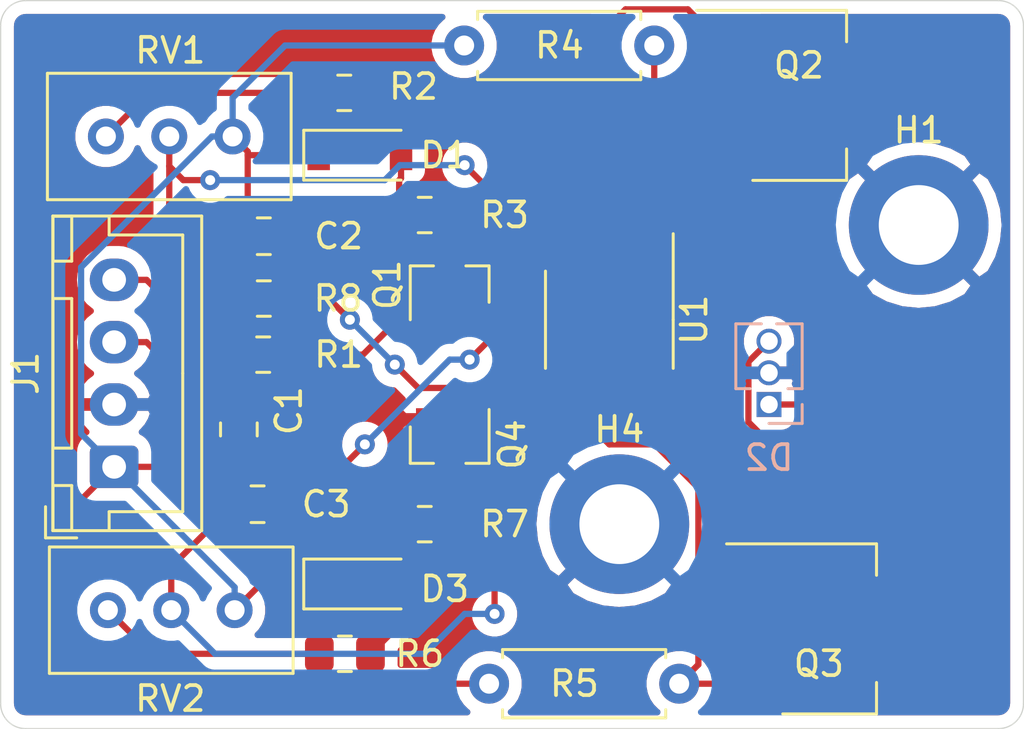
<source format=kicad_pcb>
(kicad_pcb (version 20171130) (host pcbnew 5.1.6-c6e7f7d~87~ubuntu18.04.1)

  (general
    (thickness 1.6)
    (drawings 18)
    (tracks 183)
    (zones 0)
    (modules 24)
    (nets 21)
  )

  (page A4)
  (layers
    (0 F.Cu signal)
    (31 B.Cu signal)
    (32 B.Adhes user)
    (33 F.Adhes user)
    (34 B.Paste user)
    (35 F.Paste user)
    (36 B.SilkS user)
    (37 F.SilkS user)
    (38 B.Mask user)
    (39 F.Mask user)
    (40 Dwgs.User user)
    (41 Cmts.User user)
    (42 Eco1.User user)
    (43 Eco2.User user)
    (44 Edge.Cuts user)
    (45 Margin user)
    (46 B.CrtYd user)
    (47 F.CrtYd user)
    (48 B.Fab user)
    (49 F.Fab user hide)
  )

  (setup
    (last_trace_width 0.25)
    (user_trace_width 0.375)
    (user_trace_width 0.5)
    (user_trace_width 1)
    (user_trace_width 1.5)
    (trace_clearance 0.2)
    (zone_clearance 0.508)
    (zone_45_only no)
    (trace_min 0.2)
    (via_size 0.8)
    (via_drill 0.4)
    (via_min_size 0.4)
    (via_min_drill 0.3)
    (uvia_size 0.3)
    (uvia_drill 0.1)
    (uvias_allowed no)
    (uvia_min_size 0.2)
    (uvia_min_drill 0.1)
    (edge_width 0.05)
    (segment_width 0.2)
    (pcb_text_width 0.3)
    (pcb_text_size 1.5 1.5)
    (mod_edge_width 0.12)
    (mod_text_size 1 1)
    (mod_text_width 0.15)
    (pad_size 1.524 1.524)
    (pad_drill 0.762)
    (pad_to_mask_clearance 0.051)
    (solder_mask_min_width 0.25)
    (aux_axis_origin 0 0)
    (visible_elements 7FFFFFFF)
    (pcbplotparams
      (layerselection 0x010fc_ffffffff)
      (usegerberextensions false)
      (usegerberattributes true)
      (usegerberadvancedattributes true)
      (creategerberjobfile true)
      (excludeedgelayer true)
      (linewidth 0.100000)
      (plotframeref false)
      (viasonmask false)
      (mode 1)
      (useauxorigin false)
      (hpglpennumber 1)
      (hpglpenspeed 20)
      (hpglpendiameter 15.000000)
      (psnegative false)
      (psa4output false)
      (plotreference true)
      (plotvalue true)
      (plotinvisibletext false)
      (padsonsilk false)
      (subtractmaskfromsilk false)
      (outputformat 1)
      (mirror false)
      (drillshape 1)
      (scaleselection 1)
      (outputdirectory ""))
  )

  (net 0 "")
  (net 1 +5V)
  (net 2 GND)
  (net 3 "Net-(C2-Pad2)")
  (net 4 "Net-(C3-Pad2)")
  (net 5 "Net-(D1-Pad2)")
  (net 6 "Net-(D2-Pad1)")
  (net 7 "Net-(D2-Pad3)")
  (net 8 "Net-(D3-Pad2)")
  (net 9 Laser1)
  (net 10 Laser2)
  (net 11 "Net-(Q1-Pad3)")
  (net 12 "Net-(Q1-Pad1)")
  (net 13 "Net-(Q2-Pad1)")
  (net 14 "Net-(Q2-Pad3)")
  (net 15 "Net-(Q3-Pad3)")
  (net 16 "Net-(Q3-Pad1)")
  (net 17 "Net-(Q4-Pad1)")
  (net 18 "Net-(Q4-Pad3)")
  (net 19 "Net-(R2-Pad1)")
  (net 20 "Net-(R6-Pad1)")

  (net_class Default "This is the default net class."
    (clearance 0.2)
    (trace_width 0.25)
    (via_dia 0.8)
    (via_drill 0.4)
    (uvia_dia 0.3)
    (uvia_drill 0.1)
    (add_net +5V)
    (add_net GND)
    (add_net Laser1)
    (add_net Laser2)
    (add_net "Net-(C2-Pad2)")
    (add_net "Net-(C3-Pad2)")
    (add_net "Net-(D1-Pad2)")
    (add_net "Net-(D2-Pad1)")
    (add_net "Net-(D2-Pad3)")
    (add_net "Net-(D3-Pad2)")
    (add_net "Net-(Q1-Pad1)")
    (add_net "Net-(Q1-Pad3)")
    (add_net "Net-(Q2-Pad1)")
    (add_net "Net-(Q2-Pad3)")
    (add_net "Net-(Q3-Pad1)")
    (add_net "Net-(Q3-Pad3)")
    (add_net "Net-(Q4-Pad1)")
    (add_net "Net-(Q4-Pad3)")
    (add_net "Net-(R2-Pad1)")
    (add_net "Net-(R6-Pad1)")
  )

  (module Potentiometer_THT:Potentiometer_Bourns_3386C_Horizontal (layer F.Cu) (tedit 5AA07388) (tstamp 601000A6)
    (at 69.5 60.25 90)
    (descr "Potentiometer, horizontal, Bourns 3386C, https://www.bourns.com/pdfs/3386.pdf")
    (tags "Potentiometer horizontal Bourns 3386C")
    (path /60010BB5)
    (fp_text reference RV2 (at -3.55 2.5) (layer F.SilkS)
      (effects (font (size 1 1) (thickness 0.15)))
    )
    (fp_text value 100K (at 0 8.555 90) (layer F.Fab)
      (effects (font (size 1 1) (thickness 0.15)))
    )
    (fp_line (start 2.67 -2.48) (end -2.67 -2.48) (layer F.CrtYd) (width 0.05))
    (fp_line (start 2.67 7.56) (end 2.67 -2.48) (layer F.CrtYd) (width 0.05))
    (fp_line (start -2.67 7.56) (end 2.67 7.56) (layer F.CrtYd) (width 0.05))
    (fp_line (start -2.67 -2.48) (end -2.67 7.56) (layer F.CrtYd) (width 0.05))
    (fp_line (start -2.535 -2.345) (end -2.535 7.425) (layer F.SilkS) (width 0.12))
    (fp_line (start 2.535 -2.345) (end 2.535 7.425) (layer F.SilkS) (width 0.12))
    (fp_line (start -2.535 7.425) (end 2.535 7.425) (layer F.SilkS) (width 0.12))
    (fp_line (start -2.535 -2.345) (end 2.535 -2.345) (layer F.SilkS) (width 0.12))
    (fp_line (start -2.415 -2.225) (end 2.415 -2.225) (layer F.Fab) (width 0.1))
    (fp_line (start -2.415 7.305) (end -2.415 -2.225) (layer F.Fab) (width 0.1))
    (fp_line (start 2.415 7.305) (end -2.415 7.305) (layer F.Fab) (width 0.1))
    (fp_line (start 2.415 -2.225) (end 2.415 7.305) (layer F.Fab) (width 0.1))
    (fp_text user %R (at 0 2.54 90) (layer F.Fab)
      (effects (font (size 1 1) (thickness 0.15)))
    )
    (pad 1 thru_hole circle (at 0 0 90) (size 1.44 1.44) (drill 0.8) (layers *.Cu *.Mask)
      (net 20 "Net-(R6-Pad1)"))
    (pad 2 thru_hole circle (at 0 2.54 90) (size 1.44 1.44) (drill 0.8) (layers *.Cu *.Mask)
      (net 4 "Net-(C3-Pad2)"))
    (pad 3 thru_hole circle (at 0 5.08 90) (size 1.44 1.44) (drill 0.8) (layers *.Cu *.Mask)
      (net 1 +5V))
    (model ${KISYS3DMOD}/Potentiometer_THT.3dshapes/Potentiometer_Bourns_3386C_Horizontal.wrl
      (at (xyz 0 0 0))
      (scale (xyz 1 1 1))
      (rotate (xyz 0 0 0))
    )
    (model ${KIPRJMOD}/3386w-1-103lf.stp
      (offset (xyz -2.5 -2.5 5.5))
      (scale (xyz 1 1 1))
      (rotate (xyz 0 -90 0))
    )
  )

  (module Potentiometer_THT:Potentiometer_Bourns_3386C_Horizontal (layer F.Cu) (tedit 5AA07388) (tstamp 60100093)
    (at 74.5 41.25 270)
    (descr "Potentiometer, horizontal, Bourns 3386C, https://www.bourns.com/pdfs/3386.pdf")
    (tags "Potentiometer horizontal Bourns 3386C")
    (path /6000B3BD)
    (fp_text reference RV1 (at -3.45 2.5 180) (layer F.SilkS)
      (effects (font (size 1 1) (thickness 0.15)))
    )
    (fp_text value 100K (at 0 8.555 90) (layer F.Fab)
      (effects (font (size 1 1) (thickness 0.15)))
    )
    (fp_line (start 2.67 -2.48) (end -2.67 -2.48) (layer F.CrtYd) (width 0.05))
    (fp_line (start 2.67 7.56) (end 2.67 -2.48) (layer F.CrtYd) (width 0.05))
    (fp_line (start -2.67 7.56) (end 2.67 7.56) (layer F.CrtYd) (width 0.05))
    (fp_line (start -2.67 -2.48) (end -2.67 7.56) (layer F.CrtYd) (width 0.05))
    (fp_line (start -2.535 -2.345) (end -2.535 7.425) (layer F.SilkS) (width 0.12))
    (fp_line (start 2.535 -2.345) (end 2.535 7.425) (layer F.SilkS) (width 0.12))
    (fp_line (start -2.535 7.425) (end 2.535 7.425) (layer F.SilkS) (width 0.12))
    (fp_line (start -2.535 -2.345) (end 2.535 -2.345) (layer F.SilkS) (width 0.12))
    (fp_line (start -2.415 -2.225) (end 2.415 -2.225) (layer F.Fab) (width 0.1))
    (fp_line (start -2.415 7.305) (end -2.415 -2.225) (layer F.Fab) (width 0.1))
    (fp_line (start 2.415 7.305) (end -2.415 7.305) (layer F.Fab) (width 0.1))
    (fp_line (start 2.415 -2.225) (end 2.415 7.305) (layer F.Fab) (width 0.1))
    (fp_text user %R (at 0 2.54 90) (layer F.Fab)
      (effects (font (size 1 1) (thickness 0.15)))
    )
    (pad 1 thru_hole circle (at 0 0 270) (size 1.44 1.44) (drill 0.8) (layers *.Cu *.Mask)
      (net 1 +5V))
    (pad 2 thru_hole circle (at 0 2.54 270) (size 1.44 1.44) (drill 0.8) (layers *.Cu *.Mask)
      (net 3 "Net-(C2-Pad2)"))
    (pad 3 thru_hole circle (at 0 5.08 270) (size 1.44 1.44) (drill 0.8) (layers *.Cu *.Mask)
      (net 19 "Net-(R2-Pad1)"))
    (model ${KISYS3DMOD}/Potentiometer_THT.3dshapes/Potentiometer_Bourns_3386C_Horizontal.wrl
      (at (xyz 0 0 0))
      (scale (xyz 1 1 1))
      (rotate (xyz 0 0 0))
    )
    (model ${KIPRJMOD}/3386w-1-103lf.stp
      (offset (xyz -2.5 -2.5 6))
      (scale (xyz 1 1 1))
      (rotate (xyz 0 -90 0))
    )
  )

  (module Capacitor_SMD:C_0805_2012Metric (layer F.Cu) (tedit 5F68FEEE) (tstamp 600FF359)
    (at 74.75 53 90)
    (descr "Capacitor SMD 0805 (2012 Metric), square (rectangular) end terminal, IPC_7351 nominal, (Body size source: IPC-SM-782 page 76, https://www.pcb-3d.com/wordpress/wp-content/uploads/ipc-sm-782a_amendment_1_and_2.pdf, https://docs.google.com/spreadsheets/d/1BsfQQcO9C6DZCsRaXUlFlo91Tg2WpOkGARC1WS5S8t0/edit?usp=sharing), generated with kicad-footprint-generator")
    (tags capacitor)
    (path /60017144)
    (attr smd)
    (fp_text reference C1 (at 0.75 2 90) (layer F.SilkS)
      (effects (font (size 1 1) (thickness 0.15)))
    )
    (fp_text value 100nF (at 0 1.68 90) (layer F.Fab)
      (effects (font (size 1 1) (thickness 0.15)))
    )
    (fp_line (start 1.7 0.98) (end -1.7 0.98) (layer F.CrtYd) (width 0.05))
    (fp_line (start 1.7 -0.98) (end 1.7 0.98) (layer F.CrtYd) (width 0.05))
    (fp_line (start -1.7 -0.98) (end 1.7 -0.98) (layer F.CrtYd) (width 0.05))
    (fp_line (start -1.7 0.98) (end -1.7 -0.98) (layer F.CrtYd) (width 0.05))
    (fp_line (start -0.261252 0.735) (end 0.261252 0.735) (layer F.SilkS) (width 0.12))
    (fp_line (start -0.261252 -0.735) (end 0.261252 -0.735) (layer F.SilkS) (width 0.12))
    (fp_line (start 1 0.625) (end -1 0.625) (layer F.Fab) (width 0.1))
    (fp_line (start 1 -0.625) (end 1 0.625) (layer F.Fab) (width 0.1))
    (fp_line (start -1 -0.625) (end 1 -0.625) (layer F.Fab) (width 0.1))
    (fp_line (start -1 0.625) (end -1 -0.625) (layer F.Fab) (width 0.1))
    (fp_text user %R (at 0 0 90) (layer F.Fab)
      (effects (font (size 0.5 0.5) (thickness 0.08)))
    )
    (pad 1 smd roundrect (at -0.95 0 90) (size 1 1.45) (layers F.Cu F.Paste F.Mask) (roundrect_rratio 0.25)
      (net 1 +5V))
    (pad 2 smd roundrect (at 0.95 0 90) (size 1 1.45) (layers F.Cu F.Paste F.Mask) (roundrect_rratio 0.25)
      (net 2 GND))
    (model ${KISYS3DMOD}/Capacitor_SMD.3dshapes/C_0805_2012Metric.wrl
      (at (xyz 0 0 0))
      (scale (xyz 1 1 1))
      (rotate (xyz 0 0 0))
    )
  )

  (module Capacitor_SMD:C_0805_2012Metric (layer F.Cu) (tedit 5F68FEEE) (tstamp 600FF36A)
    (at 75.75 45.25)
    (descr "Capacitor SMD 0805 (2012 Metric), square (rectangular) end terminal, IPC_7351 nominal, (Body size source: IPC-SM-782 page 76, https://www.pcb-3d.com/wordpress/wp-content/uploads/ipc-sm-782a_amendment_1_and_2.pdf, https://docs.google.com/spreadsheets/d/1BsfQQcO9C6DZCsRaXUlFlo91Tg2WpOkGARC1WS5S8t0/edit?usp=sharing), generated with kicad-footprint-generator")
    (tags capacitor)
    (path /60017FDE)
    (attr smd)
    (fp_text reference C2 (at 3 0) (layer F.SilkS)
      (effects (font (size 1 1) (thickness 0.15)))
    )
    (fp_text value 100nF (at 0 1.68) (layer F.Fab)
      (effects (font (size 1 1) (thickness 0.15)))
    )
    (fp_line (start -1 0.625) (end -1 -0.625) (layer F.Fab) (width 0.1))
    (fp_line (start -1 -0.625) (end 1 -0.625) (layer F.Fab) (width 0.1))
    (fp_line (start 1 -0.625) (end 1 0.625) (layer F.Fab) (width 0.1))
    (fp_line (start 1 0.625) (end -1 0.625) (layer F.Fab) (width 0.1))
    (fp_line (start -0.261252 -0.735) (end 0.261252 -0.735) (layer F.SilkS) (width 0.12))
    (fp_line (start -0.261252 0.735) (end 0.261252 0.735) (layer F.SilkS) (width 0.12))
    (fp_line (start -1.7 0.98) (end -1.7 -0.98) (layer F.CrtYd) (width 0.05))
    (fp_line (start -1.7 -0.98) (end 1.7 -0.98) (layer F.CrtYd) (width 0.05))
    (fp_line (start 1.7 -0.98) (end 1.7 0.98) (layer F.CrtYd) (width 0.05))
    (fp_line (start 1.7 0.98) (end -1.7 0.98) (layer F.CrtYd) (width 0.05))
    (fp_text user %R (at 0 0) (layer F.Fab)
      (effects (font (size 0.5 0.5) (thickness 0.08)))
    )
    (pad 2 smd roundrect (at 0.95 0) (size 1 1.45) (layers F.Cu F.Paste F.Mask) (roundrect_rratio 0.25)
      (net 3 "Net-(C2-Pad2)"))
    (pad 1 smd roundrect (at -0.95 0) (size 1 1.45) (layers F.Cu F.Paste F.Mask) (roundrect_rratio 0.25)
      (net 1 +5V))
    (model ${KISYS3DMOD}/Capacitor_SMD.3dshapes/C_0805_2012Metric.wrl
      (at (xyz 0 0 0))
      (scale (xyz 1 1 1))
      (rotate (xyz 0 0 0))
    )
  )

  (module Capacitor_SMD:C_0805_2012Metric (layer F.Cu) (tedit 5F68FEEE) (tstamp 600FF37B)
    (at 75.5 56 180)
    (descr "Capacitor SMD 0805 (2012 Metric), square (rectangular) end terminal, IPC_7351 nominal, (Body size source: IPC-SM-782 page 76, https://www.pcb-3d.com/wordpress/wp-content/uploads/ipc-sm-782a_amendment_1_and_2.pdf, https://docs.google.com/spreadsheets/d/1BsfQQcO9C6DZCsRaXUlFlo91Tg2WpOkGARC1WS5S8t0/edit?usp=sharing), generated with kicad-footprint-generator")
    (tags capacitor)
    (path /60018C52)
    (attr smd)
    (fp_text reference C3 (at -2.75 0) (layer F.SilkS)
      (effects (font (size 1 1) (thickness 0.15)))
    )
    (fp_text value 100nF (at 0 1.68) (layer F.Fab)
      (effects (font (size 1 1) (thickness 0.15)))
    )
    (fp_line (start 1.7 0.98) (end -1.7 0.98) (layer F.CrtYd) (width 0.05))
    (fp_line (start 1.7 -0.98) (end 1.7 0.98) (layer F.CrtYd) (width 0.05))
    (fp_line (start -1.7 -0.98) (end 1.7 -0.98) (layer F.CrtYd) (width 0.05))
    (fp_line (start -1.7 0.98) (end -1.7 -0.98) (layer F.CrtYd) (width 0.05))
    (fp_line (start -0.261252 0.735) (end 0.261252 0.735) (layer F.SilkS) (width 0.12))
    (fp_line (start -0.261252 -0.735) (end 0.261252 -0.735) (layer F.SilkS) (width 0.12))
    (fp_line (start 1 0.625) (end -1 0.625) (layer F.Fab) (width 0.1))
    (fp_line (start 1 -0.625) (end 1 0.625) (layer F.Fab) (width 0.1))
    (fp_line (start -1 -0.625) (end 1 -0.625) (layer F.Fab) (width 0.1))
    (fp_line (start -1 0.625) (end -1 -0.625) (layer F.Fab) (width 0.1))
    (fp_text user %R (at 0 0) (layer F.Fab)
      (effects (font (size 0.5 0.5) (thickness 0.08)))
    )
    (pad 1 smd roundrect (at -0.95 0 180) (size 1 1.45) (layers F.Cu F.Paste F.Mask) (roundrect_rratio 0.25)
      (net 1 +5V))
    (pad 2 smd roundrect (at 0.95 0 180) (size 1 1.45) (layers F.Cu F.Paste F.Mask) (roundrect_rratio 0.25)
      (net 4 "Net-(C3-Pad2)"))
    (model ${KISYS3DMOD}/Capacitor_SMD.3dshapes/C_0805_2012Metric.wrl
      (at (xyz 0 0 0))
      (scale (xyz 1 1 1))
      (rotate (xyz 0 0 0))
    )
  )

  (module Diode_SMD:D_SOD-123 (layer F.Cu) (tedit 58645DC7) (tstamp 600FF394)
    (at 79.6 42)
    (descr SOD-123)
    (tags SOD-123)
    (path /6001883B)
    (attr smd)
    (fp_text reference D1 (at 3.4 0) (layer F.SilkS)
      (effects (font (size 1 1) (thickness 0.15)))
    )
    (fp_text value "MMSZ4679T1G 2V" (at 0 2.1) (layer F.Fab)
      (effects (font (size 1 1) (thickness 0.15)))
    )
    (fp_line (start -2.25 -1) (end 1.65 -1) (layer F.SilkS) (width 0.12))
    (fp_line (start -2.25 1) (end 1.65 1) (layer F.SilkS) (width 0.12))
    (fp_line (start -2.35 -1.15) (end -2.35 1.15) (layer F.CrtYd) (width 0.05))
    (fp_line (start 2.35 1.15) (end -2.35 1.15) (layer F.CrtYd) (width 0.05))
    (fp_line (start 2.35 -1.15) (end 2.35 1.15) (layer F.CrtYd) (width 0.05))
    (fp_line (start -2.35 -1.15) (end 2.35 -1.15) (layer F.CrtYd) (width 0.05))
    (fp_line (start -1.4 -0.9) (end 1.4 -0.9) (layer F.Fab) (width 0.1))
    (fp_line (start 1.4 -0.9) (end 1.4 0.9) (layer F.Fab) (width 0.1))
    (fp_line (start 1.4 0.9) (end -1.4 0.9) (layer F.Fab) (width 0.1))
    (fp_line (start -1.4 0.9) (end -1.4 -0.9) (layer F.Fab) (width 0.1))
    (fp_line (start -0.75 0) (end -0.35 0) (layer F.Fab) (width 0.1))
    (fp_line (start -0.35 0) (end -0.35 -0.55) (layer F.Fab) (width 0.1))
    (fp_line (start -0.35 0) (end -0.35 0.55) (layer F.Fab) (width 0.1))
    (fp_line (start -0.35 0) (end 0.25 -0.4) (layer F.Fab) (width 0.1))
    (fp_line (start 0.25 -0.4) (end 0.25 0.4) (layer F.Fab) (width 0.1))
    (fp_line (start 0.25 0.4) (end -0.35 0) (layer F.Fab) (width 0.1))
    (fp_line (start 0.25 0) (end 0.75 0) (layer F.Fab) (width 0.1))
    (fp_line (start -2.25 -1) (end -2.25 1) (layer F.SilkS) (width 0.12))
    (fp_text user %R (at 0 -2) (layer F.Fab)
      (effects (font (size 1 1) (thickness 0.15)))
    )
    (pad 1 smd rect (at -1.65 0) (size 0.9 1.2) (layers F.Cu F.Paste F.Mask)
      (net 1 +5V))
    (pad 2 smd rect (at 1.65 0) (size 0.9 1.2) (layers F.Cu F.Paste F.Mask)
      (net 5 "Net-(D1-Pad2)"))
    (model ${KISYS3DMOD}/Diode_SMD.3dshapes/D_SOD-123.wrl
      (at (xyz 0 0 0))
      (scale (xyz 1 1 1))
      (rotate (xyz 0 0 0))
    )
  )

  (module Connector_PinSocket_1.27mm:PinSocket_1x03_P1.27mm_Vertical (layer B.Cu) (tedit 5A19A41D) (tstamp 600FF3AD)
    (at 96 52)
    (descr "Through hole straight socket strip, 1x03, 1.27mm pitch, single row (from Kicad 4.0.7), script generated")
    (tags "Through hole socket strip THT 1x03 1.27mm single row")
    (path /6000B750)
    (fp_text reference D2 (at 0 2.135) (layer B.SilkS)
      (effects (font (size 1 1) (thickness 0.15)) (justify mirror))
    )
    (fp_text value LED_Dual_ACA (at 0 -4.675) (layer B.Fab)
      (effects (font (size 1 1) (thickness 0.15)) (justify mirror))
    )
    (fp_line (start -1.8 -3.7) (end -1.8 1.15) (layer B.CrtYd) (width 0.05))
    (fp_line (start 1.75 -3.7) (end -1.8 -3.7) (layer B.CrtYd) (width 0.05))
    (fp_line (start 1.75 1.15) (end 1.75 -3.7) (layer B.CrtYd) (width 0.05))
    (fp_line (start -1.8 1.15) (end 1.75 1.15) (layer B.CrtYd) (width 0.05))
    (fp_line (start 0 0.76) (end 1.33 0.76) (layer B.SilkS) (width 0.12))
    (fp_line (start 1.33 0.76) (end 1.33 0) (layer B.SilkS) (width 0.12))
    (fp_line (start 1.33 -0.635) (end 1.33 -3.235) (layer B.SilkS) (width 0.12))
    (fp_line (start 0.30753 -3.235) (end 1.33 -3.235) (layer B.SilkS) (width 0.12))
    (fp_line (start -1.33 -3.235) (end -0.30753 -3.235) (layer B.SilkS) (width 0.12))
    (fp_line (start -1.33 -0.635) (end -1.33 -3.235) (layer B.SilkS) (width 0.12))
    (fp_line (start 0.76 -0.635) (end 1.33 -0.635) (layer B.SilkS) (width 0.12))
    (fp_line (start -1.33 -0.635) (end -0.76 -0.635) (layer B.SilkS) (width 0.12))
    (fp_line (start -1.27 -3.175) (end -1.27 0.635) (layer B.Fab) (width 0.1))
    (fp_line (start 1.27 -3.175) (end -1.27 -3.175) (layer B.Fab) (width 0.1))
    (fp_line (start 1.27 0) (end 1.27 -3.175) (layer B.Fab) (width 0.1))
    (fp_line (start 0.635 0.635) (end 1.27 0) (layer B.Fab) (width 0.1))
    (fp_line (start -1.27 0.635) (end 0.635 0.635) (layer B.Fab) (width 0.1))
    (fp_text user %R (at 0 -1.27 -90) (layer B.Fab)
      (effects (font (size 1 1) (thickness 0.15)) (justify mirror))
    )
    (pad 1 thru_hole rect (at 0 0) (size 1 1) (drill 0.7) (layers *.Cu *.Mask)
      (net 6 "Net-(D2-Pad1)"))
    (pad 2 thru_hole oval (at 0 -1.27) (size 1 1) (drill 0.7) (layers *.Cu *.Mask)
      (net 2 GND))
    (pad 3 thru_hole oval (at 0 -2.54) (size 1 1) (drill 0.7) (layers *.Cu *.Mask)
      (net 7 "Net-(D2-Pad3)"))
    (model ${KISYS3DMOD}/Connector_PinSocket_1.27mm.3dshapes/PinSocket_1x03_P1.27mm_Vertical.wrl
      (at (xyz 0 0 0))
      (scale (xyz 1 1 1))
      (rotate (xyz 0 0 0))
    )
  )

  (module Diode_SMD:D_SOD-123 (layer F.Cu) (tedit 58645DC7) (tstamp 600FF3C6)
    (at 79.6 59.2)
    (descr SOD-123)
    (tags SOD-123)
    (path /600971FA)
    (attr smd)
    (fp_text reference D3 (at 3.4 0.2) (layer F.SilkS)
      (effects (font (size 1 1) (thickness 0.15)))
    )
    (fp_text value "MMSZ4679T1G 2V" (at 0 2.1) (layer F.Fab)
      (effects (font (size 1 1) (thickness 0.15)))
    )
    (fp_line (start -2.25 -1) (end -2.25 1) (layer F.SilkS) (width 0.12))
    (fp_line (start 0.25 0) (end 0.75 0) (layer F.Fab) (width 0.1))
    (fp_line (start 0.25 0.4) (end -0.35 0) (layer F.Fab) (width 0.1))
    (fp_line (start 0.25 -0.4) (end 0.25 0.4) (layer F.Fab) (width 0.1))
    (fp_line (start -0.35 0) (end 0.25 -0.4) (layer F.Fab) (width 0.1))
    (fp_line (start -0.35 0) (end -0.35 0.55) (layer F.Fab) (width 0.1))
    (fp_line (start -0.35 0) (end -0.35 -0.55) (layer F.Fab) (width 0.1))
    (fp_line (start -0.75 0) (end -0.35 0) (layer F.Fab) (width 0.1))
    (fp_line (start -1.4 0.9) (end -1.4 -0.9) (layer F.Fab) (width 0.1))
    (fp_line (start 1.4 0.9) (end -1.4 0.9) (layer F.Fab) (width 0.1))
    (fp_line (start 1.4 -0.9) (end 1.4 0.9) (layer F.Fab) (width 0.1))
    (fp_line (start -1.4 -0.9) (end 1.4 -0.9) (layer F.Fab) (width 0.1))
    (fp_line (start -2.35 -1.15) (end 2.35 -1.15) (layer F.CrtYd) (width 0.05))
    (fp_line (start 2.35 -1.15) (end 2.35 1.15) (layer F.CrtYd) (width 0.05))
    (fp_line (start 2.35 1.15) (end -2.35 1.15) (layer F.CrtYd) (width 0.05))
    (fp_line (start -2.35 -1.15) (end -2.35 1.15) (layer F.CrtYd) (width 0.05))
    (fp_line (start -2.25 1) (end 1.65 1) (layer F.SilkS) (width 0.12))
    (fp_line (start -2.25 -1) (end 1.65 -1) (layer F.SilkS) (width 0.12))
    (fp_text user %R (at 0 -2) (layer F.Fab)
      (effects (font (size 1 1) (thickness 0.15)))
    )
    (pad 2 smd rect (at 1.65 0) (size 0.9 1.2) (layers F.Cu F.Paste F.Mask)
      (net 8 "Net-(D3-Pad2)"))
    (pad 1 smd rect (at -1.65 0) (size 0.9 1.2) (layers F.Cu F.Paste F.Mask)
      (net 1 +5V))
    (model ${KISYS3DMOD}/Diode_SMD.3dshapes/D_SOD-123.wrl
      (at (xyz 0 0 0))
      (scale (xyz 1 1 1))
      (rotate (xyz 0 0 0))
    )
  )

  (module Connector_JST:JST_XH_B4B-XH-A_1x04_P2.50mm_Vertical (layer F.Cu) (tedit 5C28146C) (tstamp 600FF3F1)
    (at 69.75 54.5 90)
    (descr "JST XH series connector, B4B-XH-A (http://www.jst-mfg.com/product/pdf/eng/eXH.pdf), generated with kicad-footprint-generator")
    (tags "connector JST XH vertical")
    (path /5E454797)
    (fp_text reference J1 (at 3.75 -3.55 90) (layer F.SilkS)
      (effects (font (size 1 1) (thickness 0.15)))
    )
    (fp_text value Conn_01x04 (at 3.75 4.6 90) (layer F.Fab)
      (effects (font (size 1 1) (thickness 0.15)))
    )
    (fp_line (start -2.85 -2.75) (end -2.85 -1.5) (layer F.SilkS) (width 0.12))
    (fp_line (start -1.6 -2.75) (end -2.85 -2.75) (layer F.SilkS) (width 0.12))
    (fp_line (start 9.3 2.75) (end 3.75 2.75) (layer F.SilkS) (width 0.12))
    (fp_line (start 9.3 -0.2) (end 9.3 2.75) (layer F.SilkS) (width 0.12))
    (fp_line (start 10.05 -0.2) (end 9.3 -0.2) (layer F.SilkS) (width 0.12))
    (fp_line (start -1.8 2.75) (end 3.75 2.75) (layer F.SilkS) (width 0.12))
    (fp_line (start -1.8 -0.2) (end -1.8 2.75) (layer F.SilkS) (width 0.12))
    (fp_line (start -2.55 -0.2) (end -1.8 -0.2) (layer F.SilkS) (width 0.12))
    (fp_line (start 10.05 -2.45) (end 8.25 -2.45) (layer F.SilkS) (width 0.12))
    (fp_line (start 10.05 -1.7) (end 10.05 -2.45) (layer F.SilkS) (width 0.12))
    (fp_line (start 8.25 -1.7) (end 10.05 -1.7) (layer F.SilkS) (width 0.12))
    (fp_line (start 8.25 -2.45) (end 8.25 -1.7) (layer F.SilkS) (width 0.12))
    (fp_line (start -0.75 -2.45) (end -2.55 -2.45) (layer F.SilkS) (width 0.12))
    (fp_line (start -0.75 -1.7) (end -0.75 -2.45) (layer F.SilkS) (width 0.12))
    (fp_line (start -2.55 -1.7) (end -0.75 -1.7) (layer F.SilkS) (width 0.12))
    (fp_line (start -2.55 -2.45) (end -2.55 -1.7) (layer F.SilkS) (width 0.12))
    (fp_line (start 6.75 -2.45) (end 0.75 -2.45) (layer F.SilkS) (width 0.12))
    (fp_line (start 6.75 -1.7) (end 6.75 -2.45) (layer F.SilkS) (width 0.12))
    (fp_line (start 0.75 -1.7) (end 6.75 -1.7) (layer F.SilkS) (width 0.12))
    (fp_line (start 0.75 -2.45) (end 0.75 -1.7) (layer F.SilkS) (width 0.12))
    (fp_line (start 0 -1.35) (end 0.625 -2.35) (layer F.Fab) (width 0.1))
    (fp_line (start -0.625 -2.35) (end 0 -1.35) (layer F.Fab) (width 0.1))
    (fp_line (start 10.45 -2.85) (end -2.95 -2.85) (layer F.CrtYd) (width 0.05))
    (fp_line (start 10.45 3.9) (end 10.45 -2.85) (layer F.CrtYd) (width 0.05))
    (fp_line (start -2.95 3.9) (end 10.45 3.9) (layer F.CrtYd) (width 0.05))
    (fp_line (start -2.95 -2.85) (end -2.95 3.9) (layer F.CrtYd) (width 0.05))
    (fp_line (start 10.06 -2.46) (end -2.56 -2.46) (layer F.SilkS) (width 0.12))
    (fp_line (start 10.06 3.51) (end 10.06 -2.46) (layer F.SilkS) (width 0.12))
    (fp_line (start -2.56 3.51) (end 10.06 3.51) (layer F.SilkS) (width 0.12))
    (fp_line (start -2.56 -2.46) (end -2.56 3.51) (layer F.SilkS) (width 0.12))
    (fp_line (start 9.95 -2.35) (end -2.45 -2.35) (layer F.Fab) (width 0.1))
    (fp_line (start 9.95 3.4) (end 9.95 -2.35) (layer F.Fab) (width 0.1))
    (fp_line (start -2.45 3.4) (end 9.95 3.4) (layer F.Fab) (width 0.1))
    (fp_line (start -2.45 -2.35) (end -2.45 3.4) (layer F.Fab) (width 0.1))
    (fp_text user %R (at 3.75 2.7 90) (layer F.Fab)
      (effects (font (size 1 1) (thickness 0.15)))
    )
    (pad 1 thru_hole roundrect (at 0 0 90) (size 1.7 1.95) (drill 0.95) (layers *.Cu *.Mask) (roundrect_rratio 0.147059)
      (net 1 +5V))
    (pad 2 thru_hole oval (at 2.5 0 90) (size 1.7 1.95) (drill 0.95) (layers *.Cu *.Mask)
      (net 2 GND))
    (pad 3 thru_hole oval (at 5 0 90) (size 1.7 1.95) (drill 0.95) (layers *.Cu *.Mask)
      (net 9 Laser1))
    (pad 4 thru_hole oval (at 7.5 0 90) (size 1.7 1.95) (drill 0.95) (layers *.Cu *.Mask)
      (net 10 Laser2))
    (model ${KISYS3DMOD}/Connector_JST.3dshapes/JST_XH_B4B-XH-A_1x04_P2.50mm_Vertical.wrl
      (at (xyz 0 0 0))
      (scale (xyz 1 1 1))
      (rotate (xyz 0 0 0))
    )
  )

  (module Package_TO_SOT_SMD:SOT-23 (layer F.Cu) (tedit 5A02FF57) (tstamp 600FF406)
    (at 83.2 47.2 90)
    (descr "SOT-23, Standard")
    (tags SOT-23)
    (path /60049EAB)
    (attr smd)
    (fp_text reference Q1 (at 0 -2.5 90) (layer F.SilkS)
      (effects (font (size 1 1) (thickness 0.15)))
    )
    (fp_text value BS170F (at 0 2.5 90) (layer F.Fab)
      (effects (font (size 1 1) (thickness 0.15)))
    )
    (fp_line (start -0.7 -0.95) (end -0.7 1.5) (layer F.Fab) (width 0.1))
    (fp_line (start -0.15 -1.52) (end 0.7 -1.52) (layer F.Fab) (width 0.1))
    (fp_line (start -0.7 -0.95) (end -0.15 -1.52) (layer F.Fab) (width 0.1))
    (fp_line (start 0.7 -1.52) (end 0.7 1.52) (layer F.Fab) (width 0.1))
    (fp_line (start -0.7 1.52) (end 0.7 1.52) (layer F.Fab) (width 0.1))
    (fp_line (start 0.76 1.58) (end 0.76 0.65) (layer F.SilkS) (width 0.12))
    (fp_line (start 0.76 -1.58) (end 0.76 -0.65) (layer F.SilkS) (width 0.12))
    (fp_line (start -1.7 -1.75) (end 1.7 -1.75) (layer F.CrtYd) (width 0.05))
    (fp_line (start 1.7 -1.75) (end 1.7 1.75) (layer F.CrtYd) (width 0.05))
    (fp_line (start 1.7 1.75) (end -1.7 1.75) (layer F.CrtYd) (width 0.05))
    (fp_line (start -1.7 1.75) (end -1.7 -1.75) (layer F.CrtYd) (width 0.05))
    (fp_line (start 0.76 -1.58) (end -1.4 -1.58) (layer F.SilkS) (width 0.12))
    (fp_line (start 0.76 1.58) (end -0.7 1.58) (layer F.SilkS) (width 0.12))
    (fp_text user %R (at 0 0) (layer F.Fab)
      (effects (font (size 0.5 0.5) (thickness 0.075)))
    )
    (pad 3 smd rect (at 1 0 90) (size 0.9 0.8) (layers F.Cu F.Paste F.Mask)
      (net 11 "Net-(Q1-Pad3)"))
    (pad 2 smd rect (at -1 0.95 90) (size 0.9 0.8) (layers F.Cu F.Paste F.Mask)
      (net 2 GND))
    (pad 1 smd rect (at -1 -0.95 90) (size 0.9 0.8) (layers F.Cu F.Paste F.Mask)
      (net 12 "Net-(Q1-Pad1)"))
    (model ${KISYS3DMOD}/Package_TO_SOT_SMD.3dshapes/SOT-23.wrl
      (at (xyz 0 0 0))
      (scale (xyz 1 1 1))
      (rotate (xyz 0 0 0))
    )
  )

  (module Package_TO_SOT_SMD:SOT-223-3_TabPin2 (layer F.Cu) (tedit 5A02FF57) (tstamp 600FF41C)
    (at 97.2 39.6)
    (descr "module CMS SOT223 4 pins")
    (tags "CMS SOT")
    (path /60019DE0)
    (attr smd)
    (fp_text reference Q2 (at 0 -1.2) (layer F.SilkS)
      (effects (font (size 1 1) (thickness 0.15)))
    )
    (fp_text value BCP5310 (at 0 4.5) (layer F.Fab)
      (effects (font (size 1 1) (thickness 0.15)))
    )
    (fp_line (start 1.91 3.41) (end 1.91 2.15) (layer F.SilkS) (width 0.12))
    (fp_line (start 1.91 -3.41) (end 1.91 -2.15) (layer F.SilkS) (width 0.12))
    (fp_line (start 4.4 -3.6) (end -4.4 -3.6) (layer F.CrtYd) (width 0.05))
    (fp_line (start 4.4 3.6) (end 4.4 -3.6) (layer F.CrtYd) (width 0.05))
    (fp_line (start -4.4 3.6) (end 4.4 3.6) (layer F.CrtYd) (width 0.05))
    (fp_line (start -4.4 -3.6) (end -4.4 3.6) (layer F.CrtYd) (width 0.05))
    (fp_line (start -1.85 -2.35) (end -0.85 -3.35) (layer F.Fab) (width 0.1))
    (fp_line (start -1.85 -2.35) (end -1.85 3.35) (layer F.Fab) (width 0.1))
    (fp_line (start -1.85 3.41) (end 1.91 3.41) (layer F.SilkS) (width 0.12))
    (fp_line (start -0.85 -3.35) (end 1.85 -3.35) (layer F.Fab) (width 0.1))
    (fp_line (start -4.1 -3.41) (end 1.91 -3.41) (layer F.SilkS) (width 0.12))
    (fp_line (start -1.85 3.35) (end 1.85 3.35) (layer F.Fab) (width 0.1))
    (fp_line (start 1.85 -3.35) (end 1.85 3.35) (layer F.Fab) (width 0.1))
    (fp_text user %R (at 0 0 90) (layer F.Fab)
      (effects (font (size 0.8 0.8) (thickness 0.12)))
    )
    (pad 1 smd rect (at -3.15 -2.3) (size 2 1.5) (layers F.Cu F.Paste F.Mask)
      (net 13 "Net-(Q2-Pad1)"))
    (pad 3 smd rect (at -3.15 2.3) (size 2 1.5) (layers F.Cu F.Paste F.Mask)
      (net 14 "Net-(Q2-Pad3)"))
    (pad 2 smd rect (at -3.15 0) (size 2 1.5) (layers F.Cu F.Paste F.Mask)
      (net 6 "Net-(D2-Pad1)"))
    (pad 2 smd rect (at 3.15 0) (size 2 3.8) (layers F.Cu F.Paste F.Mask)
      (net 6 "Net-(D2-Pad1)"))
    (model ${KISYS3DMOD}/Package_TO_SOT_SMD.3dshapes/SOT-223.wrl
      (at (xyz 0 0 0))
      (scale (xyz 1 1 1))
      (rotate (xyz 0 0 0))
    )
  )

  (module Package_TO_SOT_SMD:SOT-223-3_TabPin2 (layer F.Cu) (tedit 5A02FF57) (tstamp 600FF432)
    (at 98.4 61)
    (descr "module CMS SOT223 4 pins")
    (tags "CMS SOT")
    (path /600D01F2)
    (attr smd)
    (fp_text reference Q3 (at -0.4 1.4) (layer F.SilkS)
      (effects (font (size 1 1) (thickness 0.15)))
    )
    (fp_text value BCP5310 (at 0 4.5) (layer F.Fab)
      (effects (font (size 1 1) (thickness 0.15)))
    )
    (fp_line (start 1.85 -3.35) (end 1.85 3.35) (layer F.Fab) (width 0.1))
    (fp_line (start -1.85 3.35) (end 1.85 3.35) (layer F.Fab) (width 0.1))
    (fp_line (start -4.1 -3.41) (end 1.91 -3.41) (layer F.SilkS) (width 0.12))
    (fp_line (start -0.85 -3.35) (end 1.85 -3.35) (layer F.Fab) (width 0.1))
    (fp_line (start -1.85 3.41) (end 1.91 3.41) (layer F.SilkS) (width 0.12))
    (fp_line (start -1.85 -2.35) (end -1.85 3.35) (layer F.Fab) (width 0.1))
    (fp_line (start -1.85 -2.35) (end -0.85 -3.35) (layer F.Fab) (width 0.1))
    (fp_line (start -4.4 -3.6) (end -4.4 3.6) (layer F.CrtYd) (width 0.05))
    (fp_line (start -4.4 3.6) (end 4.4 3.6) (layer F.CrtYd) (width 0.05))
    (fp_line (start 4.4 3.6) (end 4.4 -3.6) (layer F.CrtYd) (width 0.05))
    (fp_line (start 4.4 -3.6) (end -4.4 -3.6) (layer F.CrtYd) (width 0.05))
    (fp_line (start 1.91 -3.41) (end 1.91 -2.15) (layer F.SilkS) (width 0.12))
    (fp_line (start 1.91 3.41) (end 1.91 2.15) (layer F.SilkS) (width 0.12))
    (fp_text user %R (at 0 0 90) (layer F.Fab)
      (effects (font (size 0.8 0.8) (thickness 0.12)))
    )
    (pad 2 smd rect (at 3.15 0) (size 2 3.8) (layers F.Cu F.Paste F.Mask)
      (net 7 "Net-(D2-Pad3)"))
    (pad 2 smd rect (at -3.15 0) (size 2 1.5) (layers F.Cu F.Paste F.Mask)
      (net 7 "Net-(D2-Pad3)"))
    (pad 3 smd rect (at -3.15 2.3) (size 2 1.5) (layers F.Cu F.Paste F.Mask)
      (net 15 "Net-(Q3-Pad3)"))
    (pad 1 smd rect (at -3.15 -2.3) (size 2 1.5) (layers F.Cu F.Paste F.Mask)
      (net 16 "Net-(Q3-Pad1)"))
    (model ${KISYS3DMOD}/Package_TO_SOT_SMD.3dshapes/SOT-223.wrl
      (at (xyz 0 0 0))
      (scale (xyz 1 1 1))
      (rotate (xyz 0 0 0))
    )
  )

  (module Package_TO_SOT_SMD:SOT-23 (layer F.Cu) (tedit 5A02FF57) (tstamp 600FF447)
    (at 83.2 53.6 270)
    (descr "SOT-23, Standard")
    (tags SOT-23)
    (path /600D0217)
    (attr smd)
    (fp_text reference Q4 (at 0 -2.5 90) (layer F.SilkS)
      (effects (font (size 1 1) (thickness 0.15)))
    )
    (fp_text value BS170F (at 0 2.5 90) (layer F.Fab)
      (effects (font (size 1 1) (thickness 0.15)))
    )
    (fp_line (start 0.76 1.58) (end -0.7 1.58) (layer F.SilkS) (width 0.12))
    (fp_line (start 0.76 -1.58) (end -1.4 -1.58) (layer F.SilkS) (width 0.12))
    (fp_line (start -1.7 1.75) (end -1.7 -1.75) (layer F.CrtYd) (width 0.05))
    (fp_line (start 1.7 1.75) (end -1.7 1.75) (layer F.CrtYd) (width 0.05))
    (fp_line (start 1.7 -1.75) (end 1.7 1.75) (layer F.CrtYd) (width 0.05))
    (fp_line (start -1.7 -1.75) (end 1.7 -1.75) (layer F.CrtYd) (width 0.05))
    (fp_line (start 0.76 -1.58) (end 0.76 -0.65) (layer F.SilkS) (width 0.12))
    (fp_line (start 0.76 1.58) (end 0.76 0.65) (layer F.SilkS) (width 0.12))
    (fp_line (start -0.7 1.52) (end 0.7 1.52) (layer F.Fab) (width 0.1))
    (fp_line (start 0.7 -1.52) (end 0.7 1.52) (layer F.Fab) (width 0.1))
    (fp_line (start -0.7 -0.95) (end -0.15 -1.52) (layer F.Fab) (width 0.1))
    (fp_line (start -0.15 -1.52) (end 0.7 -1.52) (layer F.Fab) (width 0.1))
    (fp_line (start -0.7 -0.95) (end -0.7 1.5) (layer F.Fab) (width 0.1))
    (fp_text user %R (at 0 0) (layer F.Fab)
      (effects (font (size 0.5 0.5) (thickness 0.075)))
    )
    (pad 1 smd rect (at -1 -0.95 270) (size 0.9 0.8) (layers F.Cu F.Paste F.Mask)
      (net 17 "Net-(Q4-Pad1)"))
    (pad 2 smd rect (at -1 0.95 270) (size 0.9 0.8) (layers F.Cu F.Paste F.Mask)
      (net 2 GND))
    (pad 3 smd rect (at 1 0 270) (size 0.9 0.8) (layers F.Cu F.Paste F.Mask)
      (net 18 "Net-(Q4-Pad3)"))
    (model ${KISYS3DMOD}/Package_TO_SOT_SMD.3dshapes/SOT-23.wrl
      (at (xyz 0 0 0))
      (scale (xyz 1 1 1))
      (rotate (xyz 0 0 0))
    )
  )

  (module Resistor_SMD:R_0805_2012Metric_Pad1.15x1.40mm_HandSolder (layer F.Cu) (tedit 5B36C52B) (tstamp 600FF458)
    (at 75.725 50 180)
    (descr "Resistor SMD 0805 (2012 Metric), square (rectangular) end terminal, IPC_7351 nominal with elongated pad for handsoldering. (Body size source: https://docs.google.com/spreadsheets/d/1BsfQQcO9C6DZCsRaXUlFlo91Tg2WpOkGARC1WS5S8t0/edit?usp=sharing), generated with kicad-footprint-generator")
    (tags "resistor handsolder")
    (path /5E54EB98)
    (attr smd)
    (fp_text reference R1 (at -3.025 0) (layer F.SilkS)
      (effects (font (size 1 1) (thickness 0.15)))
    )
    (fp_text value 10K (at 0 1.65) (layer F.Fab)
      (effects (font (size 1 1) (thickness 0.15)))
    )
    (fp_line (start 1.85 0.95) (end -1.85 0.95) (layer F.CrtYd) (width 0.05))
    (fp_line (start 1.85 -0.95) (end 1.85 0.95) (layer F.CrtYd) (width 0.05))
    (fp_line (start -1.85 -0.95) (end 1.85 -0.95) (layer F.CrtYd) (width 0.05))
    (fp_line (start -1.85 0.95) (end -1.85 -0.95) (layer F.CrtYd) (width 0.05))
    (fp_line (start -0.261252 0.71) (end 0.261252 0.71) (layer F.SilkS) (width 0.12))
    (fp_line (start -0.261252 -0.71) (end 0.261252 -0.71) (layer F.SilkS) (width 0.12))
    (fp_line (start 1 0.6) (end -1 0.6) (layer F.Fab) (width 0.1))
    (fp_line (start 1 -0.6) (end 1 0.6) (layer F.Fab) (width 0.1))
    (fp_line (start -1 -0.6) (end 1 -0.6) (layer F.Fab) (width 0.1))
    (fp_line (start -1 0.6) (end -1 -0.6) (layer F.Fab) (width 0.1))
    (fp_text user %R (at 0 0 270) (layer F.Fab)
      (effects (font (size 0.5 0.5) (thickness 0.08)))
    )
    (pad 1 smd roundrect (at -1.025 0 180) (size 1.15 1.4) (layers F.Cu F.Paste F.Mask) (roundrect_rratio 0.217391)
      (net 12 "Net-(Q1-Pad1)"))
    (pad 2 smd roundrect (at 1.025 0 180) (size 1.15 1.4) (layers F.Cu F.Paste F.Mask) (roundrect_rratio 0.217391)
      (net 9 Laser1))
    (model ${KISYS3DMOD}/Resistor_SMD.3dshapes/R_0805_2012Metric.wrl
      (at (xyz 0 0 0))
      (scale (xyz 1 1 1))
      (rotate (xyz 0 0 0))
    )
  )

  (module Resistor_SMD:R_0805_2012Metric_Pad1.15x1.40mm_HandSolder (layer F.Cu) (tedit 5B36C52B) (tstamp 600FF469)
    (at 78.975 39.5)
    (descr "Resistor SMD 0805 (2012 Metric), square (rectangular) end terminal, IPC_7351 nominal with elongated pad for handsoldering. (Body size source: https://docs.google.com/spreadsheets/d/1BsfQQcO9C6DZCsRaXUlFlo91Tg2WpOkGARC1WS5S8t0/edit?usp=sharing), generated with kicad-footprint-generator")
    (tags "resistor handsolder")
    (path /6002537D)
    (attr smd)
    (fp_text reference R2 (at 2.775 -0.25) (layer F.SilkS)
      (effects (font (size 1 1) (thickness 0.15)))
    )
    (fp_text value 100K (at 0 1.65) (layer F.Fab)
      (effects (font (size 1 1) (thickness 0.15)))
    )
    (fp_line (start -1 0.6) (end -1 -0.6) (layer F.Fab) (width 0.1))
    (fp_line (start -1 -0.6) (end 1 -0.6) (layer F.Fab) (width 0.1))
    (fp_line (start 1 -0.6) (end 1 0.6) (layer F.Fab) (width 0.1))
    (fp_line (start 1 0.6) (end -1 0.6) (layer F.Fab) (width 0.1))
    (fp_line (start -0.261252 -0.71) (end 0.261252 -0.71) (layer F.SilkS) (width 0.12))
    (fp_line (start -0.261252 0.71) (end 0.261252 0.71) (layer F.SilkS) (width 0.12))
    (fp_line (start -1.85 0.95) (end -1.85 -0.95) (layer F.CrtYd) (width 0.05))
    (fp_line (start -1.85 -0.95) (end 1.85 -0.95) (layer F.CrtYd) (width 0.05))
    (fp_line (start 1.85 -0.95) (end 1.85 0.95) (layer F.CrtYd) (width 0.05))
    (fp_line (start 1.85 0.95) (end -1.85 0.95) (layer F.CrtYd) (width 0.05))
    (fp_text user %R (at 0 0) (layer F.Fab)
      (effects (font (size 0.5 0.5) (thickness 0.08)))
    )
    (pad 2 smd roundrect (at 1.025 0) (size 1.15 1.4) (layers F.Cu F.Paste F.Mask) (roundrect_rratio 0.217391)
      (net 5 "Net-(D1-Pad2)"))
    (pad 1 smd roundrect (at -1.025 0) (size 1.15 1.4) (layers F.Cu F.Paste F.Mask) (roundrect_rratio 0.217391)
      (net 19 "Net-(R2-Pad1)"))
    (model ${KISYS3DMOD}/Resistor_SMD.3dshapes/R_0805_2012Metric.wrl
      (at (xyz 0 0 0))
      (scale (xyz 1 1 1))
      (rotate (xyz 0 0 0))
    )
  )

  (module Resistor_SMD:R_0805_2012Metric_Pad1.15x1.40mm_HandSolder (layer F.Cu) (tedit 5B36C52B) (tstamp 600FF47A)
    (at 82.2 44.4)
    (descr "Resistor SMD 0805 (2012 Metric), square (rectangular) end terminal, IPC_7351 nominal with elongated pad for handsoldering. (Body size source: https://docs.google.com/spreadsheets/d/1BsfQQcO9C6DZCsRaXUlFlo91Tg2WpOkGARC1WS5S8t0/edit?usp=sharing), generated with kicad-footprint-generator")
    (tags "resistor handsolder")
    (path /6007059A)
    (attr smd)
    (fp_text reference R3 (at 3.2 0) (layer F.SilkS)
      (effects (font (size 1 1) (thickness 0.15)))
    )
    (fp_text value 47K (at 0 1.65) (layer F.Fab)
      (effects (font (size 1 1) (thickness 0.15)))
    )
    (fp_line (start -1 0.6) (end -1 -0.6) (layer F.Fab) (width 0.1))
    (fp_line (start -1 -0.6) (end 1 -0.6) (layer F.Fab) (width 0.1))
    (fp_line (start 1 -0.6) (end 1 0.6) (layer F.Fab) (width 0.1))
    (fp_line (start 1 0.6) (end -1 0.6) (layer F.Fab) (width 0.1))
    (fp_line (start -0.261252 -0.71) (end 0.261252 -0.71) (layer F.SilkS) (width 0.12))
    (fp_line (start -0.261252 0.71) (end 0.261252 0.71) (layer F.SilkS) (width 0.12))
    (fp_line (start -1.85 0.95) (end -1.85 -0.95) (layer F.CrtYd) (width 0.05))
    (fp_line (start -1.85 -0.95) (end 1.85 -0.95) (layer F.CrtYd) (width 0.05))
    (fp_line (start 1.85 -0.95) (end 1.85 0.95) (layer F.CrtYd) (width 0.05))
    (fp_line (start 1.85 0.95) (end -1.85 0.95) (layer F.CrtYd) (width 0.05))
    (fp_text user %R (at 0 0) (layer F.Fab)
      (effects (font (size 0.5 0.5) (thickness 0.08)))
    )
    (pad 2 smd roundrect (at 1.025 0) (size 1.15 1.4) (layers F.Cu F.Paste F.Mask) (roundrect_rratio 0.217391)
      (net 11 "Net-(Q1-Pad3)"))
    (pad 1 smd roundrect (at -1.025 0) (size 1.15 1.4) (layers F.Cu F.Paste F.Mask) (roundrect_rratio 0.217391)
      (net 5 "Net-(D1-Pad2)"))
    (model ${KISYS3DMOD}/Resistor_SMD.3dshapes/R_0805_2012Metric.wrl
      (at (xyz 0 0 0))
      (scale (xyz 1 1 1))
      (rotate (xyz 0 0 0))
    )
  )

  (module Resistor_THT:R_Axial_DIN0207_L6.3mm_D2.5mm_P7.62mm_Horizontal (layer F.Cu) (tedit 5AE5139B) (tstamp 600FF491)
    (at 91.4 37.6 180)
    (descr "Resistor, Axial_DIN0207 series, Axial, Horizontal, pin pitch=7.62mm, 0.25W = 1/4W, length*diameter=6.3*2.5mm^2, http://cdn-reichelt.de/documents/datenblatt/B400/1_4W%23YAG.pdf")
    (tags "Resistor Axial_DIN0207 series Axial Horizontal pin pitch 7.62mm 0.25W = 1/4W length 6.3mm diameter 2.5mm")
    (path /6000D306)
    (fp_text reference R4 (at 3.8 0) (layer F.SilkS)
      (effects (font (size 1 1) (thickness 0.15)))
    )
    (fp_text value 5R (at 3.81 2.37) (layer F.Fab)
      (effects (font (size 1 1) (thickness 0.15)))
    )
    (fp_line (start 8.67 -1.5) (end -1.05 -1.5) (layer F.CrtYd) (width 0.05))
    (fp_line (start 8.67 1.5) (end 8.67 -1.5) (layer F.CrtYd) (width 0.05))
    (fp_line (start -1.05 1.5) (end 8.67 1.5) (layer F.CrtYd) (width 0.05))
    (fp_line (start -1.05 -1.5) (end -1.05 1.5) (layer F.CrtYd) (width 0.05))
    (fp_line (start 7.08 1.37) (end 7.08 1.04) (layer F.SilkS) (width 0.12))
    (fp_line (start 0.54 1.37) (end 7.08 1.37) (layer F.SilkS) (width 0.12))
    (fp_line (start 0.54 1.04) (end 0.54 1.37) (layer F.SilkS) (width 0.12))
    (fp_line (start 7.08 -1.37) (end 7.08 -1.04) (layer F.SilkS) (width 0.12))
    (fp_line (start 0.54 -1.37) (end 7.08 -1.37) (layer F.SilkS) (width 0.12))
    (fp_line (start 0.54 -1.04) (end 0.54 -1.37) (layer F.SilkS) (width 0.12))
    (fp_line (start 7.62 0) (end 6.96 0) (layer F.Fab) (width 0.1))
    (fp_line (start 0 0) (end 0.66 0) (layer F.Fab) (width 0.1))
    (fp_line (start 6.96 -1.25) (end 0.66 -1.25) (layer F.Fab) (width 0.1))
    (fp_line (start 6.96 1.25) (end 6.96 -1.25) (layer F.Fab) (width 0.1))
    (fp_line (start 0.66 1.25) (end 6.96 1.25) (layer F.Fab) (width 0.1))
    (fp_line (start 0.66 -1.25) (end 0.66 1.25) (layer F.Fab) (width 0.1))
    (fp_text user %R (at 3.81 0) (layer F.Fab)
      (effects (font (size 1 1) (thickness 0.15)))
    )
    (pad 1 thru_hole circle (at 0 0 180) (size 1.6 1.6) (drill 0.8) (layers *.Cu *.Mask)
      (net 14 "Net-(Q2-Pad3)"))
    (pad 2 thru_hole oval (at 7.62 0 180) (size 1.6 1.6) (drill 0.8) (layers *.Cu *.Mask)
      (net 1 +5V))
    (model ${KISYS3DMOD}/Resistor_THT.3dshapes/R_Axial_DIN0207_L6.3mm_D2.5mm_P7.62mm_Horizontal.wrl
      (at (xyz 0 0 0))
      (scale (xyz 1 1 1))
      (rotate (xyz 0 0 0))
    )
  )

  (module Resistor_THT:R_Axial_DIN0207_L6.3mm_D2.5mm_P7.62mm_Horizontal (layer F.Cu) (tedit 5AE5139B) (tstamp 600FF4A8)
    (at 92.4 63.2 180)
    (descr "Resistor, Axial_DIN0207 series, Axial, Horizontal, pin pitch=7.62mm, 0.25W = 1/4W, length*diameter=6.3*2.5mm^2, http://cdn-reichelt.de/documents/datenblatt/B400/1_4W%23YAG.pdf")
    (tags "Resistor Axial_DIN0207 series Axial Horizontal pin pitch 7.62mm 0.25W = 1/4W length 6.3mm diameter 2.5mm")
    (path /600D01E5)
    (fp_text reference R5 (at 4.2 0) (layer F.SilkS)
      (effects (font (size 1 1) (thickness 0.15)))
    )
    (fp_text value 10R (at 3.81 2.37) (layer F.Fab)
      (effects (font (size 1 1) (thickness 0.15)))
    )
    (fp_line (start 0.66 -1.25) (end 0.66 1.25) (layer F.Fab) (width 0.1))
    (fp_line (start 0.66 1.25) (end 6.96 1.25) (layer F.Fab) (width 0.1))
    (fp_line (start 6.96 1.25) (end 6.96 -1.25) (layer F.Fab) (width 0.1))
    (fp_line (start 6.96 -1.25) (end 0.66 -1.25) (layer F.Fab) (width 0.1))
    (fp_line (start 0 0) (end 0.66 0) (layer F.Fab) (width 0.1))
    (fp_line (start 7.62 0) (end 6.96 0) (layer F.Fab) (width 0.1))
    (fp_line (start 0.54 -1.04) (end 0.54 -1.37) (layer F.SilkS) (width 0.12))
    (fp_line (start 0.54 -1.37) (end 7.08 -1.37) (layer F.SilkS) (width 0.12))
    (fp_line (start 7.08 -1.37) (end 7.08 -1.04) (layer F.SilkS) (width 0.12))
    (fp_line (start 0.54 1.04) (end 0.54 1.37) (layer F.SilkS) (width 0.12))
    (fp_line (start 0.54 1.37) (end 7.08 1.37) (layer F.SilkS) (width 0.12))
    (fp_line (start 7.08 1.37) (end 7.08 1.04) (layer F.SilkS) (width 0.12))
    (fp_line (start -1.05 -1.5) (end -1.05 1.5) (layer F.CrtYd) (width 0.05))
    (fp_line (start -1.05 1.5) (end 8.67 1.5) (layer F.CrtYd) (width 0.05))
    (fp_line (start 8.67 1.5) (end 8.67 -1.5) (layer F.CrtYd) (width 0.05))
    (fp_line (start 8.67 -1.5) (end -1.05 -1.5) (layer F.CrtYd) (width 0.05))
    (fp_text user %R (at 3.81 0) (layer F.Fab)
      (effects (font (size 1 1) (thickness 0.15)))
    )
    (pad 2 thru_hole oval (at 7.62 0 180) (size 1.6 1.6) (drill 0.8) (layers *.Cu *.Mask)
      (net 1 +5V))
    (pad 1 thru_hole circle (at 0 0 180) (size 1.6 1.6) (drill 0.8) (layers *.Cu *.Mask)
      (net 15 "Net-(Q3-Pad3)"))
    (model ${KISYS3DMOD}/Resistor_THT.3dshapes/R_Axial_DIN0207_L6.3mm_D2.5mm_P7.62mm_Horizontal.wrl
      (at (xyz 0 0 0))
      (scale (xyz 1 1 1))
      (rotate (xyz 0 0 0))
    )
  )

  (module Resistor_SMD:R_0805_2012Metric_Pad1.15x1.40mm_HandSolder (layer F.Cu) (tedit 5B36C52B) (tstamp 600FF4B9)
    (at 79 62)
    (descr "Resistor SMD 0805 (2012 Metric), square (rectangular) end terminal, IPC_7351 nominal with elongated pad for handsoldering. (Body size source: https://docs.google.com/spreadsheets/d/1BsfQQcO9C6DZCsRaXUlFlo91Tg2WpOkGARC1WS5S8t0/edit?usp=sharing), generated with kicad-footprint-generator")
    (tags "resistor handsolder")
    (path /6009720E)
    (attr smd)
    (fp_text reference R6 (at 3 0) (layer F.SilkS)
      (effects (font (size 1 1) (thickness 0.15)))
    )
    (fp_text value 100K (at 0 1.65) (layer F.Fab)
      (effects (font (size 1 1) (thickness 0.15)))
    )
    (fp_line (start -1 0.6) (end -1 -0.6) (layer F.Fab) (width 0.1))
    (fp_line (start -1 -0.6) (end 1 -0.6) (layer F.Fab) (width 0.1))
    (fp_line (start 1 -0.6) (end 1 0.6) (layer F.Fab) (width 0.1))
    (fp_line (start 1 0.6) (end -1 0.6) (layer F.Fab) (width 0.1))
    (fp_line (start -0.261252 -0.71) (end 0.261252 -0.71) (layer F.SilkS) (width 0.12))
    (fp_line (start -0.261252 0.71) (end 0.261252 0.71) (layer F.SilkS) (width 0.12))
    (fp_line (start -1.85 0.95) (end -1.85 -0.95) (layer F.CrtYd) (width 0.05))
    (fp_line (start -1.85 -0.95) (end 1.85 -0.95) (layer F.CrtYd) (width 0.05))
    (fp_line (start 1.85 -0.95) (end 1.85 0.95) (layer F.CrtYd) (width 0.05))
    (fp_line (start 1.85 0.95) (end -1.85 0.95) (layer F.CrtYd) (width 0.05))
    (fp_text user %R (at 0 0) (layer F.Fab)
      (effects (font (size 0.5 0.5) (thickness 0.08)))
    )
    (pad 2 smd roundrect (at 1.025 0) (size 1.15 1.4) (layers F.Cu F.Paste F.Mask) (roundrect_rratio 0.217391)
      (net 8 "Net-(D3-Pad2)"))
    (pad 1 smd roundrect (at -1.025 0) (size 1.15 1.4) (layers F.Cu F.Paste F.Mask) (roundrect_rratio 0.217391)
      (net 20 "Net-(R6-Pad1)"))
    (model ${KISYS3DMOD}/Resistor_SMD.3dshapes/R_0805_2012Metric.wrl
      (at (xyz 0 0 0))
      (scale (xyz 1 1 1))
      (rotate (xyz 0 0 0))
    )
  )

  (module Resistor_SMD:R_0805_2012Metric_Pad1.15x1.40mm_HandSolder (layer F.Cu) (tedit 5B36C52B) (tstamp 600FF4CA)
    (at 82.2 56.8)
    (descr "Resistor SMD 0805 (2012 Metric), square (rectangular) end terminal, IPC_7351 nominal with elongated pad for handsoldering. (Body size source: https://docs.google.com/spreadsheets/d/1BsfQQcO9C6DZCsRaXUlFlo91Tg2WpOkGARC1WS5S8t0/edit?usp=sharing), generated with kicad-footprint-generator")
    (tags "resistor handsolder")
    (path /60097207)
    (attr smd)
    (fp_text reference R7 (at 3.2 0) (layer F.SilkS)
      (effects (font (size 1 1) (thickness 0.15)))
    )
    (fp_text value 47K (at 0 1.65) (layer F.Fab)
      (effects (font (size 1 1) (thickness 0.15)))
    )
    (fp_line (start 1.85 0.95) (end -1.85 0.95) (layer F.CrtYd) (width 0.05))
    (fp_line (start 1.85 -0.95) (end 1.85 0.95) (layer F.CrtYd) (width 0.05))
    (fp_line (start -1.85 -0.95) (end 1.85 -0.95) (layer F.CrtYd) (width 0.05))
    (fp_line (start -1.85 0.95) (end -1.85 -0.95) (layer F.CrtYd) (width 0.05))
    (fp_line (start -0.261252 0.71) (end 0.261252 0.71) (layer F.SilkS) (width 0.12))
    (fp_line (start -0.261252 -0.71) (end 0.261252 -0.71) (layer F.SilkS) (width 0.12))
    (fp_line (start 1 0.6) (end -1 0.6) (layer F.Fab) (width 0.1))
    (fp_line (start 1 -0.6) (end 1 0.6) (layer F.Fab) (width 0.1))
    (fp_line (start -1 -0.6) (end 1 -0.6) (layer F.Fab) (width 0.1))
    (fp_line (start -1 0.6) (end -1 -0.6) (layer F.Fab) (width 0.1))
    (fp_text user %R (at 0 0) (layer F.Fab)
      (effects (font (size 0.5 0.5) (thickness 0.08)))
    )
    (pad 1 smd roundrect (at -1.025 0) (size 1.15 1.4) (layers F.Cu F.Paste F.Mask) (roundrect_rratio 0.217391)
      (net 8 "Net-(D3-Pad2)"))
    (pad 2 smd roundrect (at 1.025 0) (size 1.15 1.4) (layers F.Cu F.Paste F.Mask) (roundrect_rratio 0.217391)
      (net 18 "Net-(Q4-Pad3)"))
    (model ${KISYS3DMOD}/Resistor_SMD.3dshapes/R_0805_2012Metric.wrl
      (at (xyz 0 0 0))
      (scale (xyz 1 1 1))
      (rotate (xyz 0 0 0))
    )
  )

  (module Resistor_SMD:R_0805_2012Metric_Pad1.15x1.40mm_HandSolder (layer F.Cu) (tedit 5B36C52B) (tstamp 600FF4DB)
    (at 75.75 47.75 180)
    (descr "Resistor SMD 0805 (2012 Metric), square (rectangular) end terminal, IPC_7351 nominal with elongated pad for handsoldering. (Body size source: https://docs.google.com/spreadsheets/d/1BsfQQcO9C6DZCsRaXUlFlo91Tg2WpOkGARC1WS5S8t0/edit?usp=sharing), generated with kicad-footprint-generator")
    (tags "resistor handsolder")
    (path /600D01D4)
    (attr smd)
    (fp_text reference R8 (at -2.975 0) (layer F.SilkS)
      (effects (font (size 1 1) (thickness 0.15)))
    )
    (fp_text value 10K (at 0 1.65) (layer F.Fab)
      (effects (font (size 1 1) (thickness 0.15)))
    )
    (fp_line (start 1.85 0.95) (end -1.85 0.95) (layer F.CrtYd) (width 0.05))
    (fp_line (start 1.85 -0.95) (end 1.85 0.95) (layer F.CrtYd) (width 0.05))
    (fp_line (start -1.85 -0.95) (end 1.85 -0.95) (layer F.CrtYd) (width 0.05))
    (fp_line (start -1.85 0.95) (end -1.85 -0.95) (layer F.CrtYd) (width 0.05))
    (fp_line (start -0.261252 0.71) (end 0.261252 0.71) (layer F.SilkS) (width 0.12))
    (fp_line (start -0.261252 -0.71) (end 0.261252 -0.71) (layer F.SilkS) (width 0.12))
    (fp_line (start 1 0.6) (end -1 0.6) (layer F.Fab) (width 0.1))
    (fp_line (start 1 -0.6) (end 1 0.6) (layer F.Fab) (width 0.1))
    (fp_line (start -1 -0.6) (end 1 -0.6) (layer F.Fab) (width 0.1))
    (fp_line (start -1 0.6) (end -1 -0.6) (layer F.Fab) (width 0.1))
    (fp_text user %R (at 0 0) (layer F.Fab)
      (effects (font (size 0.5 0.5) (thickness 0.08)))
    )
    (pad 1 smd roundrect (at -1.025 0 180) (size 1.15 1.4) (layers F.Cu F.Paste F.Mask) (roundrect_rratio 0.217391)
      (net 17 "Net-(Q4-Pad1)"))
    (pad 2 smd roundrect (at 1.025 0 180) (size 1.15 1.4) (layers F.Cu F.Paste F.Mask) (roundrect_rratio 0.217391)
      (net 10 Laser2))
    (model ${KISYS3DMOD}/Resistor_SMD.3dshapes/R_0805_2012Metric.wrl
      (at (xyz 0 0 0))
      (scale (xyz 1 1 1))
      (rotate (xyz 0 0 0))
    )
  )

  (module Package_SO:SOIC-8_3.9x4.9mm_P1.27mm (layer F.Cu) (tedit 5D9F72B1) (tstamp 600FF51D)
    (at 89.6 48.6 270)
    (descr "SOIC, 8 Pin (JEDEC MS-012AA, https://www.analog.com/media/en/package-pcb-resources/package/pkg_pdf/soic_narrow-r/r_8.pdf), generated with kicad-footprint-generator ipc_gullwing_generator.py")
    (tags "SOIC SO")
    (path /6001B1FB)
    (attr smd)
    (fp_text reference U1 (at 0 -3.4 90) (layer F.SilkS)
      (effects (font (size 1 1) (thickness 0.15)))
    )
    (fp_text value TLC272 (at 0 3.4 90) (layer F.Fab)
      (effects (font (size 1 1) (thickness 0.15)))
    )
    (fp_line (start 3.7 -2.7) (end -3.7 -2.7) (layer F.CrtYd) (width 0.05))
    (fp_line (start 3.7 2.7) (end 3.7 -2.7) (layer F.CrtYd) (width 0.05))
    (fp_line (start -3.7 2.7) (end 3.7 2.7) (layer F.CrtYd) (width 0.05))
    (fp_line (start -3.7 -2.7) (end -3.7 2.7) (layer F.CrtYd) (width 0.05))
    (fp_line (start -1.95 -1.475) (end -0.975 -2.45) (layer F.Fab) (width 0.1))
    (fp_line (start -1.95 2.45) (end -1.95 -1.475) (layer F.Fab) (width 0.1))
    (fp_line (start 1.95 2.45) (end -1.95 2.45) (layer F.Fab) (width 0.1))
    (fp_line (start 1.95 -2.45) (end 1.95 2.45) (layer F.Fab) (width 0.1))
    (fp_line (start -0.975 -2.45) (end 1.95 -2.45) (layer F.Fab) (width 0.1))
    (fp_line (start 0 -2.56) (end -3.45 -2.56) (layer F.SilkS) (width 0.12))
    (fp_line (start 0 -2.56) (end 1.95 -2.56) (layer F.SilkS) (width 0.12))
    (fp_line (start 0 2.56) (end -1.95 2.56) (layer F.SilkS) (width 0.12))
    (fp_line (start 0 2.56) (end 1.95 2.56) (layer F.SilkS) (width 0.12))
    (fp_text user %R (at 0 0 90) (layer F.Fab)
      (effects (font (size 0.98 0.98) (thickness 0.15)))
    )
    (pad 1 smd roundrect (at -2.475 -1.905 270) (size 1.95 0.6) (layers F.Cu F.Paste F.Mask) (roundrect_rratio 0.25)
      (net 13 "Net-(Q2-Pad1)"))
    (pad 2 smd roundrect (at -2.475 -0.635 270) (size 1.95 0.6) (layers F.Cu F.Paste F.Mask) (roundrect_rratio 0.25)
      (net 14 "Net-(Q2-Pad3)"))
    (pad 3 smd roundrect (at -2.475 0.635 270) (size 1.95 0.6) (layers F.Cu F.Paste F.Mask) (roundrect_rratio 0.25)
      (net 3 "Net-(C2-Pad2)"))
    (pad 4 smd roundrect (at -2.475 1.905 270) (size 1.95 0.6) (layers F.Cu F.Paste F.Mask) (roundrect_rratio 0.25)
      (net 2 GND))
    (pad 5 smd roundrect (at 2.475 1.905 270) (size 1.95 0.6) (layers F.Cu F.Paste F.Mask) (roundrect_rratio 0.25)
      (net 4 "Net-(C3-Pad2)"))
    (pad 6 smd roundrect (at 2.475 0.635 270) (size 1.95 0.6) (layers F.Cu F.Paste F.Mask) (roundrect_rratio 0.25)
      (net 15 "Net-(Q3-Pad3)"))
    (pad 7 smd roundrect (at 2.475 -0.635 270) (size 1.95 0.6) (layers F.Cu F.Paste F.Mask) (roundrect_rratio 0.25)
      (net 16 "Net-(Q3-Pad1)"))
    (pad 8 smd roundrect (at 2.475 -1.905 270) (size 1.95 0.6) (layers F.Cu F.Paste F.Mask) (roundrect_rratio 0.25)
      (net 1 +5V))
    (model ${KISYS3DMOD}/Package_SO.3dshapes/SOIC-8_3.9x4.9mm_P1.27mm.wrl
      (at (xyz 0 0 0))
      (scale (xyz 1 1 1))
      (rotate (xyz 0 0 0))
    )
  )

  (module MountingHole:MountingHole_3.2mm_M3_DIN965_Pad (layer F.Cu) (tedit 56D1B4CB) (tstamp 600FFAB5)
    (at 102 44.8)
    (descr "Mounting Hole 3.2mm, M3, DIN965")
    (tags "mounting hole 3.2mm m3 din965")
    (path /601017C0)
    (attr virtual)
    (fp_text reference H1 (at 0 -3.8) (layer F.SilkS)
      (effects (font (size 1 1) (thickness 0.15)))
    )
    (fp_text value MountingHole_Pad (at 0 3.8) (layer F.Fab)
      (effects (font (size 1 1) (thickness 0.15)))
    )
    (fp_circle (center 0 0) (end 3.05 0) (layer F.CrtYd) (width 0.05))
    (fp_circle (center 0 0) (end 2.8 0) (layer Cmts.User) (width 0.15))
    (fp_text user %R (at 0.3 0) (layer F.Fab)
      (effects (font (size 1 1) (thickness 0.15)))
    )
    (pad 1 thru_hole circle (at 0 0) (size 5.6 5.6) (drill 3.2) (layers *.Cu *.Mask)
      (net 2 GND))
  )

  (module MountingHole:MountingHole_3.2mm_M3_DIN965_Pad (layer F.Cu) (tedit 56D1B4CB) (tstamp 60100ABD)
    (at 90 56.8)
    (descr "Mounting Hole 3.2mm, M3, DIN965")
    (tags "mounting hole 3.2mm m3 din965")
    (path /60102D0F)
    (attr virtual)
    (fp_text reference H4 (at 0 -3.8) (layer F.SilkS)
      (effects (font (size 1 1) (thickness 0.15)))
    )
    (fp_text value MountingHole_Pad (at 0 3.8) (layer F.Fab)
      (effects (font (size 1 1) (thickness 0.15)))
    )
    (fp_circle (center 0 0) (end 3.05 0) (layer F.CrtYd) (width 0.05))
    (fp_circle (center 0 0) (end 2.8 0) (layer Cmts.User) (width 0.15))
    (fp_text user %R (at 0.3 0) (layer F.Fab)
      (effects (font (size 1 1) (thickness 0.15)))
    )
    (pad 1 thru_hole circle (at 0 0) (size 5.6 5.6) (drill 3.2) (layers *.Cu *.Mask)
      (net 2 GND))
  )

  (gr_arc (start 66.2 36.8) (end 66.2 35.8) (angle -90) (layer Edge.Cuts) (width 0.05))
  (gr_arc (start 66.2 64) (end 65.2 64) (angle -90) (layer Edge.Cuts) (width 0.05))
  (gr_arc (start 105.2 64) (end 105.2 65) (angle -90) (layer Edge.Cuts) (width 0.05))
  (gr_arc (start 105.2 36.8) (end 106.2 36.8) (angle -90) (layer Edge.Cuts) (width 0.05))
  (gr_line (start 106.2 64) (end 106.2 36.8) (layer Edge.Cuts) (width 0.05))
  (gr_line (start 66.2 65) (end 105.2 65) (layer Edge.Cuts) (width 0.05))
  (gr_line (start 65.2 36.8) (end 65.2 64) (layer Edge.Cuts) (width 0.05))
  (gr_line (start 105.2 35.8) (end 66.2 35.8) (layer Edge.Cuts) (width 0.05))
  (gr_line (start 90 56.8) (end 90 44.8) (layer Dwgs.User) (width 0.15) (tstamp 60100973))
  (gr_line (start 102 56.8) (end 90 56.8) (layer Dwgs.User) (width 0.15))
  (gr_line (start 102 44.8) (end 102 56.8) (layer Dwgs.User) (width 0.15))
  (gr_line (start 90 44.8) (end 102 44.8) (layer Dwgs.User) (width 0.15))
  (gr_line (start 106 40.8) (end 86 60.8) (layer Dwgs.User) (width 0.15) (tstamp 60100909))
  (gr_line (start 86 40.8) (end 106 60.8) (layer Dwgs.User) (width 0.15) (tstamp 60100908))
  (gr_line (start 86 60.8) (end 86 40.8) (layer Dwgs.User) (width 0.15) (tstamp 60100907))
  (gr_line (start 106 60.8) (end 86 60.8) (layer Dwgs.User) (width 0.15))
  (gr_line (start 106 40.8) (end 106 60.8) (layer Dwgs.User) (width 0.15))
  (gr_line (start 86 40.8) (end 106 40.8) (layer Dwgs.User) (width 0.15))

  (segment (start 77.95 42) (end 75.1048 42) (width 0.25) (layer F.Cu) (net 1))
  (segment (start 83.78 37.6) (end 83.78 37.6799) (width 0.25) (layer F.Cu) (net 1))
  (segment (start 74.5 41.25) (end 73.6693 41.25) (width 0.25) (layer B.Cu) (net 1))
  (segment (start 73.6693 41.25) (end 68.4254 46.4939) (width 0.25) (layer B.Cu) (net 1))
  (segment (start 68.4254 46.4939) (end 68.4254 53.1754) (width 0.25) (layer B.Cu) (net 1))
  (segment (start 68.4254 53.1754) (end 69.75 54.5) (width 0.25) (layer B.Cu) (net 1))
  (segment (start 74.58 60.25) (end 74.58 59.33) (width 0.25) (layer B.Cu) (net 1))
  (segment (start 74.58 59.33) (end 69.75 54.5) (width 0.25) (layer B.Cu) (net 1))
  (segment (start 75.1048 42) (end 75.1048 44.9452) (width 0.25) (layer F.Cu) (net 1))
  (segment (start 75.1048 44.9452) (end 74.8 45.25) (width 0.25) (layer F.Cu) (net 1))
  (segment (start 74.5 41.25) (end 75.1048 41.8548) (width 0.25) (layer F.Cu) (net 1))
  (segment (start 75.1048 41.8548) (end 75.1048 42) (width 0.25) (layer F.Cu) (net 1))
  (segment (start 91.505 51.075) (end 91.505 50.496) (width 0.25) (layer F.Cu) (net 1))
  (segment (start 69.75 54.5) (end 74.2 54.5) (width 0.25) (layer F.Cu) (net 1))
  (segment (start 74.2 54.5) (end 74.75 53.95) (width 0.25) (layer F.Cu) (net 1))
  (segment (start 76.5962 58.2338) (end 76.45 58.0876) (width 0.25) (layer F.Cu) (net 1))
  (segment (start 76.45 58.0876) (end 76.45 56) (width 0.25) (layer F.Cu) (net 1))
  (segment (start 77.5624 59.2) (end 76.5962 58.2338) (width 0.25) (layer F.Cu) (net 1))
  (segment (start 74.58 60.25) (end 76.5962 58.2338) (width 0.25) (layer F.Cu) (net 1))
  (segment (start 77.95 59.2) (end 77.5624 59.2) (width 0.25) (layer F.Cu) (net 1))
  (segment (start 74.5 41.25) (end 74.5 39.7) (width 0.25) (layer B.Cu) (net 1))
  (segment (start 76.6 37.6) (end 83.78 37.6) (width 0.25) (layer B.Cu) (net 1))
  (segment (start 74.5 39.7) (end 76.6 37.6) (width 0.25) (layer B.Cu) (net 1))
  (segment (start 67.6 56.65) (end 69.75 54.5) (width 0.25) (layer F.Cu) (net 1))
  (segment (start 67.6 61.6) (end 67.6 56.65) (width 0.25) (layer F.Cu) (net 1))
  (segment (start 69.2 63.2) (end 67.6 61.6) (width 0.25) (layer F.Cu) (net 1))
  (segment (start 84.78 63.2) (end 69.2 63.2) (width 0.25) (layer F.Cu) (net 1))
  (segment (start 84 50.2) (end 84 50.2) (width 0.25) (layer F.Cu) (net 1) (tstamp 60116E81))
  (via (at 84 50.2) (size 0.8) (drill 0.4) (layers F.Cu B.Cu) (net 1))
  (segment (start 84 50.2) (end 83.2 50.2) (width 0.25) (layer B.Cu) (net 1))
  (segment (start 83.2 50.2) (end 79.8 53.6) (width 0.25) (layer B.Cu) (net 1))
  (segment (start 79.8 53.6) (end 79.8 53.6) (width 0.25) (layer B.Cu) (net 1) (tstamp 60116EBD))
  (via (at 79.8 53.6) (size 0.8) (drill 0.4) (layers F.Cu B.Cu) (net 1))
  (segment (start 77.4 56) (end 76.45 56) (width 0.25) (layer F.Cu) (net 1))
  (segment (start 79.8 53.6) (end 77.4 56) (width 0.25) (layer F.Cu) (net 1))
  (segment (start 91.505 49.305) (end 91.505 51.075) (width 0.25) (layer F.Cu) (net 1))
  (segment (start 91.175001 48.975001) (end 91.505 49.305) (width 0.25) (layer F.Cu) (net 1))
  (segment (start 85.224999 48.975001) (end 91.175001 48.975001) (width 0.25) (layer F.Cu) (net 1))
  (segment (start 84 50.2) (end 85.224999 48.975001) (width 0.25) (layer F.Cu) (net 1))
  (segment (start 90 56.8) (end 90 55.1815) (width 0.25) (layer B.Cu) (net 2))
  (segment (start 90 56.8) (end 88.33 55.13) (width 0.25) (layer F.Cu) (net 2))
  (segment (start 82.25 52.6) (end 81.5247 52.6) (width 0.25) (layer F.Cu) (net 2))
  (segment (start 81.5247 52.6) (end 80.9747 52.05) (width 0.25) (layer F.Cu) (net 2))
  (segment (start 80.9747 52.05) (end 74.75 52.05) (width 0.25) (layer F.Cu) (net 2))
  (segment (start 69.75 52) (end 71.0503 52) (width 0.25) (layer B.Cu) (net 2))
  (segment (start 74.75 52.05) (end 74.7 52) (width 0.25) (layer F.Cu) (net 2))
  (segment (start 74.7 52) (end 71.0503 52) (width 0.25) (layer F.Cu) (net 2))
  (segment (start 69.75 52) (end 71.0503 52) (width 0.25) (layer F.Cu) (net 2))
  (segment (start 96 50.73) (end 96.8253 50.73) (width 0.25) (layer B.Cu) (net 2))
  (segment (start 102 44.8) (end 96.8253 49.9747) (width 0.25) (layer B.Cu) (net 2))
  (segment (start 96.8253 49.9747) (end 96.8253 50.73) (width 0.25) (layer B.Cu) (net 2))
  (segment (start 85.62 48.2) (end 87.695 46.125) (width 0.25) (layer F.Cu) (net 2))
  (segment (start 84.15 48.2) (end 85.62 48.2) (width 0.25) (layer F.Cu) (net 2))
  (segment (start 97.47 50.73) (end 96 50.73) (width 0.25) (layer F.Cu) (net 2))
  (segment (start 98 50.2) (end 97.47 50.73) (width 0.25) (layer F.Cu) (net 2))
  (segment (start 98 48.8) (end 98 50.2) (width 0.25) (layer F.Cu) (net 2))
  (segment (start 97.4 48.2) (end 98 48.8) (width 0.25) (layer F.Cu) (net 2))
  (segment (start 85.62 48.2) (end 97.4 48.2) (width 0.25) (layer F.Cu) (net 2))
  (segment (start 88.965 46.125) (end 88.965 45.7284) (width 0.25) (layer F.Cu) (net 3))
  (segment (start 88.965 45.7284) (end 88.0452 44.8086) (width 0.25) (layer F.Cu) (net 3))
  (segment (start 88.0452 44.8086) (end 86.2577 44.8086) (width 0.25) (layer F.Cu) (net 3))
  (segment (start 86.2577 44.8086) (end 86.2086 44.8086) (width 0.25) (layer F.Cu) (net 3))
  (segment (start 86.2086 44.8086) (end 83.8 42.4) (width 0.25) (layer F.Cu) (net 3))
  (segment (start 83.8 42.4) (end 83.8 42.4) (width 0.25) (layer F.Cu) (net 3) (tstamp 60116CFB))
  (via (at 83.8 42.4) (size 0.8) (drill 0.4) (layers F.Cu B.Cu) (net 3))
  (segment (start 83.8 42.4) (end 81.2 42.4) (width 0.25) (layer B.Cu) (net 3))
  (segment (start 81.2 42.4) (end 80.6 43) (width 0.25) (layer B.Cu) (net 3))
  (segment (start 80.6 43) (end 73.6 43) (width 0.25) (layer B.Cu) (net 3))
  (segment (start 73.6 43) (end 73.6 43) (width 0.25) (layer B.Cu) (net 3) (tstamp 60116D18))
  (via (at 73.6 43) (size 0.8) (drill 0.4) (layers F.Cu B.Cu) (net 3))
  (segment (start 72.52 43) (end 71.96 42.44) (width 0.25) (layer F.Cu) (net 3))
  (segment (start 73.6 43) (end 72.52 43) (width 0.25) (layer F.Cu) (net 3))
  (segment (start 71.96 41.25) (end 71.96 42.44) (width 0.25) (layer F.Cu) (net 3))
  (segment (start 71.96 43.9727) (end 71.96 42.44) (width 0.25) (layer F.Cu) (net 3))
  (segment (start 71.96 44.36) (end 71.96 43.9727) (width 0.25) (layer F.Cu) (net 3))
  (segment (start 74 46.4) (end 71.96 44.36) (width 0.25) (layer F.Cu) (net 3))
  (segment (start 75.6 46.4) (end 74 46.4) (width 0.25) (layer F.Cu) (net 3))
  (segment (start 75.6388 46.3612) (end 75.6 46.4) (width 0.25) (layer F.Cu) (net 3))
  (segment (start 75.6388 46.3112) (end 75.6388 46.3612) (width 0.25) (layer F.Cu) (net 3))
  (segment (start 76.7 45.25) (end 75.6388 46.3112) (width 0.25) (layer F.Cu) (net 3))
  (segment (start 72.04 60.25) (end 72.04 58.51) (width 0.25) (layer F.Cu) (net 4))
  (segment (start 72.04 58.51) (end 74.55 56) (width 0.25) (layer F.Cu) (net 4))
  (segment (start 87.695 51.075) (end 87.695 53.705) (width 0.25) (layer F.Cu) (net 4))
  (segment (start 87.695 53.705) (end 85 56.4) (width 0.25) (layer F.Cu) (net 4))
  (segment (start 85 56.4) (end 85 60.4) (width 0.25) (layer F.Cu) (net 4))
  (segment (start 85 60.4) (end 85 60.4) (width 0.25) (layer F.Cu) (net 4) (tstamp 60116C69))
  (via (at 85 60.4) (size 0.8) (drill 0.4) (layers F.Cu B.Cu) (net 4))
  (segment (start 85 60.4) (end 83.8 60.4) (width 0.25) (layer B.Cu) (net 4))
  (segment (start 83.8 60.4) (end 82.2 62) (width 0.25) (layer B.Cu) (net 4))
  (segment (start 73.79 62) (end 72.04 60.25) (width 0.25) (layer B.Cu) (net 4))
  (segment (start 82.2 62) (end 73.79 62) (width 0.25) (layer B.Cu) (net 4))
  (segment (start 80 39.5) (end 81.25 40.75) (width 0.25) (layer F.Cu) (net 5))
  (segment (start 81.25 40.75) (end 81.25 42) (width 0.25) (layer F.Cu) (net 5))
  (segment (start 81.25 42) (end 81.25 42.9253) (width 0.25) (layer F.Cu) (net 5))
  (segment (start 81.175 44.4) (end 81.175 43.0003) (width 0.25) (layer F.Cu) (net 5))
  (segment (start 81.175 43.0003) (end 81.25 42.9253) (width 0.25) (layer F.Cu) (net 5))
  (segment (start 100.35 40.7126) (end 99.2374 39.6) (width 0.25) (layer F.Cu) (net 6))
  (segment (start 99.2374 39.6) (end 94.05 39.6) (width 0.25) (layer F.Cu) (net 6))
  (segment (start 100.35 39.6) (end 100.35 40.7126) (width 0.25) (layer F.Cu) (net 6))
  (segment (start 98.352 41.598) (end 100.35 39.6) (width 0.25) (layer F.Cu) (net 6))
  (segment (start 98.352 46.552) (end 98.352 41.598) (width 0.25) (layer F.Cu) (net 6))
  (segment (start 99.2 51.6) (end 99.2 47.4) (width 0.25) (layer F.Cu) (net 6))
  (segment (start 98.8 52) (end 99.2 51.6) (width 0.25) (layer F.Cu) (net 6))
  (segment (start 99.2 47.4) (end 98.352 46.552) (width 0.25) (layer F.Cu) (net 6))
  (segment (start 96 52) (end 98.8 52) (width 0.25) (layer F.Cu) (net 6))
  (segment (start 97.0377 54.5674) (end 95.1746 52.7043) (width 0.25) (layer F.Cu) (net 7))
  (segment (start 95.1746 52.7043) (end 95.1746 50.2854) (width 0.25) (layer F.Cu) (net 7))
  (segment (start 95.1746 50.2854) (end 96 49.46) (width 0.25) (layer F.Cu) (net 7))
  (segment (start 101.55 61) (end 101.55 58.7747) (width 0.25) (layer F.Cu) (net 7))
  (segment (start 95.25 61) (end 101.55 61) (width 0.25) (layer F.Cu) (net 7))
  (segment (start 97.0377 54.5674) (end 97.0377 54.6377) (width 0.25) (layer F.Cu) (net 7))
  (segment (start 97.0377 54.6377) (end 100 57.6) (width 0.25) (layer F.Cu) (net 7))
  (segment (start 100.3753 57.6) (end 101.55 58.7747) (width 0.25) (layer F.Cu) (net 7))
  (segment (start 100 57.6) (end 100.3753 57.6) (width 0.25) (layer F.Cu) (net 7))
  (segment (start 80.025 62) (end 81.25 60.775) (width 0.25) (layer F.Cu) (net 8))
  (segment (start 81.25 60.775) (end 81.25 59.2) (width 0.25) (layer F.Cu) (net 8))
  (segment (start 81.25 59.2) (end 81.25 58.2747) (width 0.25) (layer F.Cu) (net 8))
  (segment (start 81.175 56.8) (end 81.175 58.1997) (width 0.25) (layer F.Cu) (net 8))
  (segment (start 81.175 58.1997) (end 81.25 58.2747) (width 0.25) (layer F.Cu) (net 8))
  (segment (start 69.75 49.5) (end 71.0503 49.5) (width 0.25) (layer F.Cu) (net 9))
  (segment (start 74.7 50) (end 71.5503 50) (width 0.25) (layer F.Cu) (net 9))
  (segment (start 71.5503 50) (end 71.0503 49.5) (width 0.25) (layer F.Cu) (net 9))
  (segment (start 69.75 47) (end 71.0503 47) (width 0.25) (layer F.Cu) (net 10))
  (segment (start 74.725 47.75) (end 71.8003 47.75) (width 0.25) (layer F.Cu) (net 10))
  (segment (start 71.8003 47.75) (end 71.0503 47) (width 0.25) (layer F.Cu) (net 10))
  (segment (start 83.225 44.4) (end 83.2 44.425) (width 0.25) (layer F.Cu) (net 11))
  (segment (start 83.2 44.425) (end 83.2 46.2) (width 0.25) (layer F.Cu) (net 11))
  (segment (start 82.25 48.2) (end 81.5247 48.2) (width 0.25) (layer F.Cu) (net 12))
  (segment (start 76.75 50) (end 79.7247 50) (width 0.25) (layer F.Cu) (net 12))
  (segment (start 79.7247 50) (end 81.5247 48.2) (width 0.25) (layer F.Cu) (net 12))
  (segment (start 89.4 43.2743) (end 91.505 45.3793) (width 0.25) (layer F.Cu) (net 13))
  (segment (start 89.4 37) (end 89.4 43.2743) (width 0.25) (layer F.Cu) (net 13))
  (segment (start 92.75001 36.15001) (end 90.24999 36.15001) (width 0.25) (layer F.Cu) (net 13))
  (segment (start 91.505 45.3793) (end 91.505 46.125) (width 0.25) (layer F.Cu) (net 13))
  (segment (start 93.9 37.3) (end 92.75001 36.15001) (width 0.25) (layer F.Cu) (net 13))
  (segment (start 90.24999 36.15001) (end 89.4 37) (width 0.25) (layer F.Cu) (net 13))
  (segment (start 94.05 37.3) (end 93.9 37.3) (width 0.25) (layer F.Cu) (net 13))
  (segment (start 90.235 46.125) (end 90.235 46.5518) (width 0.25) (layer F.Cu) (net 14))
  (segment (start 91.4 37.6) (end 91.4 39.25) (width 0.25) (layer F.Cu) (net 14))
  (segment (start 94.05 41.9) (end 91.9 41.9) (width 0.25) (layer F.Cu) (net 14))
  (segment (start 91.4 41.4) (end 91.4 39.25) (width 0.25) (layer F.Cu) (net 14))
  (segment (start 91.9 41.9) (end 91.4 41.4) (width 0.25) (layer F.Cu) (net 14))
  (segment (start 90.235 46.125) (end 90.235 47.435) (width 0.25) (layer F.Cu) (net 14))
  (segment (start 90.235 47.435) (end 90.4 47.6) (width 0.25) (layer F.Cu) (net 14))
  (segment (start 90.4 47.6) (end 93.4 47.6) (width 0.25) (layer F.Cu) (net 14))
  (segment (start 94.05 46.95) (end 94.05 45.15) (width 0.25) (layer F.Cu) (net 14))
  (segment (start 93.4 47.6) (end 94.05 46.95) (width 0.25) (layer F.Cu) (net 14))
  (segment (start 94.05 45.15) (end 94.05 41.9) (width 0.25) (layer F.Cu) (net 14))
  (segment (start 94.05 45.2913) (end 94.05 45.15) (width 0.25) (layer F.Cu) (net 14))
  (segment (start 95.25 63.3) (end 93.9247 63.3) (width 0.25) (layer F.Cu) (net 15))
  (segment (start 92.4 63.2) (end 93.8247 63.2) (width 0.25) (layer F.Cu) (net 15))
  (segment (start 93.8247 63.2) (end 93.9247 63.3) (width 0.25) (layer F.Cu) (net 15))
  (segment (start 88.965 52.365) (end 88.965 51.075) (width 0.25) (layer F.Cu) (net 15))
  (segment (start 88.965 52.965) (end 88.965 51.075) (width 0.25) (layer F.Cu) (net 15))
  (segment (start 89.6 53.6) (end 88.965 52.965) (width 0.25) (layer F.Cu) (net 15))
  (segment (start 91.425002 53.6) (end 89.6 53.6) (width 0.25) (layer F.Cu) (net 15))
  (segment (start 93.1688 62.4312) (end 93.1688 55.343798) (width 0.25) (layer F.Cu) (net 15))
  (segment (start 93.1688 55.343798) (end 91.425002 53.6) (width 0.25) (layer F.Cu) (net 15))
  (segment (start 92.4 63.2) (end 93.1688 62.4312) (width 0.25) (layer F.Cu) (net 15))
  (segment (start 90.235 51.075) (end 90.235 51.4747) (width 0.25) (layer F.Cu) (net 16))
  (segment (start 95.25 56.4897) (end 95.25 58.7) (width 0.25) (layer F.Cu) (net 16))
  (segment (start 90.235 51.075) (end 90.235 52.635) (width 0.25) (layer F.Cu) (net 16))
  (segment (start 90.235 52.635) (end 90.4 52.8) (width 0.25) (layer F.Cu) (net 16))
  (segment (start 90.4 52.8) (end 92 52.8) (width 0.25) (layer F.Cu) (net 16))
  (segment (start 95.25 56.05) (end 95.25 56.4897) (width 0.25) (layer F.Cu) (net 16))
  (segment (start 92 52.8) (end 95.25 56.05) (width 0.25) (layer F.Cu) (net 16))
  (segment (start 76.775 47.75) (end 78.35 47.75) (width 0.25) (layer F.Cu) (net 17))
  (segment (start 78.35 47.75) (end 79.2 48.6) (width 0.25) (layer F.Cu) (net 17))
  (segment (start 79.2 48.6) (end 79.2 48.6) (width 0.25) (layer F.Cu) (net 17) (tstamp 60116BF5))
  (via (at 79.2 48.6) (size 0.8) (drill 0.4) (layers F.Cu B.Cu) (net 17))
  (segment (start 79.2 48.6) (end 81 50.4) (width 0.25) (layer B.Cu) (net 17))
  (segment (start 81 50.4) (end 81 50.4) (width 0.25) (layer B.Cu) (net 17) (tstamp 60116C12))
  (via (at 81 50.4) (size 0.8) (drill 0.4) (layers F.Cu B.Cu) (net 17))
  (segment (start 84.15 51.75) (end 84.15 52.6) (width 0.25) (layer F.Cu) (net 17))
  (segment (start 83.7358 51.3358) (end 84.15 51.75) (width 0.25) (layer F.Cu) (net 17))
  (segment (start 81.9358 51.3358) (end 83.7358 51.3358) (width 0.25) (layer F.Cu) (net 17))
  (segment (start 81 50.4) (end 81.9358 51.3358) (width 0.25) (layer F.Cu) (net 17))
  (segment (start 83.225 56.8) (end 83.2 56.775) (width 0.25) (layer F.Cu) (net 18))
  (segment (start 83.2 56.775) (end 83.2 54.6) (width 0.25) (layer F.Cu) (net 18))
  (segment (start 69.42 41.25) (end 71.17 39.5) (width 0.25) (layer F.Cu) (net 19))
  (segment (start 71.17 39.5) (end 77.95 39.5) (width 0.25) (layer F.Cu) (net 19))
  (segment (start 69.5 60.25) (end 71.25 62) (width 0.25) (layer F.Cu) (net 20))
  (segment (start 71.25 62) (end 77.975 62) (width 0.25) (layer F.Cu) (net 20))

  (zone (net 0) (net_name "") (layers F&B.Cu) (tstamp 0) (hatch edge 0.508)
    (connect_pads (clearance 0.508))
    (min_thickness 0.254)
    (keepout (tracks allowed) (vias not_allowed) (copperpour allowed))
    (fill (arc_segments 32) (thermal_gap 0.508) (thermal_bridge_width 0.508))
    (polygon
      (pts
        (xy 106 60.8) (xy 86 60.8) (xy 86 40.8) (xy 106 40.8)
      )
    )
  )
  (zone (net 2) (net_name GND) (layer B.Cu) (tstamp 0) (hatch edge 0.508)
    (connect_pads (clearance 0.508))
    (min_thickness 0.254)
    (fill yes (arc_segments 32) (thermal_gap 0.508) (thermal_bridge_width 0.508))
    (polygon
      (pts
        (xy 106.2 65) (xy 65.2 65) (xy 65.2 35.8) (xy 106.2 35.8)
      )
    )
    (filled_polygon
      (pts
        (xy 82.865241 36.485363) (xy 82.665363 36.685241) (xy 82.561957 36.84) (xy 76.637322 36.84) (xy 76.599999 36.836324)
        (xy 76.562676 36.84) (xy 76.562667 36.84) (xy 76.451014 36.850997) (xy 76.307753 36.894454) (xy 76.175724 36.965026)
        (xy 76.175722 36.965027) (xy 76.175723 36.965027) (xy 76.088996 37.036201) (xy 76.088992 37.036205) (xy 76.059999 37.059999)
        (xy 76.036205 37.088992) (xy 73.988998 39.136201) (xy 73.96 39.159999) (xy 73.936202 39.188997) (xy 73.936201 39.188998)
        (xy 73.865026 39.275724) (xy 73.794454 39.407754) (xy 73.750998 39.551015) (xy 73.736324 39.7) (xy 73.740001 39.737332)
        (xy 73.740001 40.128171) (xy 73.636238 40.197503) (xy 73.447503 40.386238) (xy 73.322193 40.573778) (xy 73.245024 40.615026)
        (xy 73.245022 40.615027) (xy 73.245023 40.615027) (xy 73.184276 40.66488) (xy 73.160785 40.608167) (xy 73.012497 40.386238)
        (xy 72.823762 40.197503) (xy 72.601833 40.049215) (xy 72.355239 39.947072) (xy 72.093456 39.895) (xy 71.826544 39.895)
        (xy 71.564761 39.947072) (xy 71.318167 40.049215) (xy 71.096238 40.197503) (xy 70.907503 40.386238) (xy 70.759215 40.608167)
        (xy 70.69 40.775266) (xy 70.620785 40.608167) (xy 70.472497 40.386238) (xy 70.283762 40.197503) (xy 70.061833 40.049215)
        (xy 69.815239 39.947072) (xy 69.553456 39.895) (xy 69.286544 39.895) (xy 69.024761 39.947072) (xy 68.778167 40.049215)
        (xy 68.556238 40.197503) (xy 68.367503 40.386238) (xy 68.219215 40.608167) (xy 68.117072 40.854761) (xy 68.065 41.116544)
        (xy 68.065 41.383456) (xy 68.117072 41.645239) (xy 68.219215 41.891833) (xy 68.367503 42.113762) (xy 68.556238 42.302497)
        (xy 68.778167 42.450785) (xy 69.024761 42.552928) (xy 69.286544 42.605) (xy 69.553456 42.605) (xy 69.815239 42.552928)
        (xy 70.061833 42.450785) (xy 70.283762 42.302497) (xy 70.472497 42.113762) (xy 70.620785 41.891833) (xy 70.69 41.724734)
        (xy 70.759215 41.891833) (xy 70.907503 42.113762) (xy 71.096238 42.302497) (xy 71.318167 42.450785) (xy 71.371586 42.472912)
        (xy 67.914403 45.930096) (xy 67.885399 45.953899) (xy 67.830271 46.021074) (xy 67.790426 46.069624) (xy 67.767238 46.113006)
        (xy 67.719854 46.201654) (xy 67.676397 46.344915) (xy 67.6654 46.456568) (xy 67.6654 46.456578) (xy 67.661724 46.4939)
        (xy 67.6654 46.531223) (xy 67.665401 53.138068) (xy 67.661724 53.1754) (xy 67.665401 53.212733) (xy 67.676398 53.324386)
        (xy 67.68958 53.367842) (xy 67.719854 53.467646) (xy 67.790426 53.599676) (xy 67.861601 53.686402) (xy 67.8854 53.715401)
        (xy 67.914398 53.739199) (xy 68.136928 53.961729) (xy 68.136928 55.1) (xy 68.153992 55.273254) (xy 68.204528 55.43985)
        (xy 68.286595 55.593386) (xy 68.397038 55.727962) (xy 68.531614 55.838405) (xy 68.68515 55.920472) (xy 68.851746 55.971008)
        (xy 69.025 55.988072) (xy 70.163271 55.988072) (xy 73.54447 59.369271) (xy 73.527503 59.386238) (xy 73.379215 59.608167)
        (xy 73.31 59.775266) (xy 73.240785 59.608167) (xy 73.092497 59.386238) (xy 72.903762 59.197503) (xy 72.681833 59.049215)
        (xy 72.435239 58.947072) (xy 72.173456 58.895) (xy 71.906544 58.895) (xy 71.644761 58.947072) (xy 71.398167 59.049215)
        (xy 71.176238 59.197503) (xy 70.987503 59.386238) (xy 70.839215 59.608167) (xy 70.77 59.775266) (xy 70.700785 59.608167)
        (xy 70.552497 59.386238) (xy 70.363762 59.197503) (xy 70.141833 59.049215) (xy 69.895239 58.947072) (xy 69.633456 58.895)
        (xy 69.366544 58.895) (xy 69.104761 58.947072) (xy 68.858167 59.049215) (xy 68.636238 59.197503) (xy 68.447503 59.386238)
        (xy 68.299215 59.608167) (xy 68.197072 59.854761) (xy 68.145 60.116544) (xy 68.145 60.383456) (xy 68.197072 60.645239)
        (xy 68.299215 60.891833) (xy 68.447503 61.113762) (xy 68.636238 61.302497) (xy 68.858167 61.450785) (xy 69.104761 61.552928)
        (xy 69.366544 61.605) (xy 69.633456 61.605) (xy 69.895239 61.552928) (xy 70.141833 61.450785) (xy 70.363762 61.302497)
        (xy 70.552497 61.113762) (xy 70.700785 60.891833) (xy 70.77 60.724734) (xy 70.839215 60.891833) (xy 70.987503 61.113762)
        (xy 71.176238 61.302497) (xy 71.398167 61.450785) (xy 71.644761 61.552928) (xy 71.906544 61.605) (xy 72.173456 61.605)
        (xy 72.295852 61.580654) (xy 73.226201 62.511003) (xy 73.249999 62.540001) (xy 73.365724 62.634974) (xy 73.497753 62.705546)
        (xy 73.641014 62.749003) (xy 73.752667 62.76) (xy 73.752675 62.76) (xy 73.79 62.763676) (xy 73.827325 62.76)
        (xy 82.162678 62.76) (xy 82.2 62.763676) (xy 82.237322 62.76) (xy 82.237333 62.76) (xy 82.348986 62.749003)
        (xy 82.492247 62.705546) (xy 82.624276 62.634974) (xy 82.740001 62.540001) (xy 82.763804 62.510997) (xy 84.114802 61.16)
        (xy 84.296289 61.16) (xy 84.340226 61.203937) (xy 84.509744 61.317205) (xy 84.698102 61.395226) (xy 84.898061 61.435)
        (xy 85.101939 61.435) (xy 85.301898 61.395226) (xy 85.490256 61.317205) (xy 85.659774 61.203937) (xy 85.803937 61.059774)
        (xy 85.917205 60.890256) (xy 85.995226 60.701898) (xy 86.035 60.501939) (xy 86.035 60.298061) (xy 85.995226 60.098102)
        (xy 85.917205 59.909744) (xy 85.803937 59.740226) (xy 85.659774 59.596063) (xy 85.490256 59.482795) (xy 85.301898 59.404774)
        (xy 85.101939 59.365) (xy 84.898061 59.365) (xy 84.698102 59.404774) (xy 84.509744 59.482795) (xy 84.340226 59.596063)
        (xy 84.296289 59.64) (xy 83.837325 59.64) (xy 83.8 59.636324) (xy 83.762675 59.64) (xy 83.762667 59.64)
        (xy 83.651014 59.650997) (xy 83.507753 59.694454) (xy 83.375724 59.765026) (xy 83.259999 59.859999) (xy 83.236201 59.888997)
        (xy 81.885199 61.24) (xy 75.506259 61.24) (xy 75.632497 61.113762) (xy 75.780785 60.891833) (xy 75.882928 60.645239)
        (xy 75.935 60.383456) (xy 75.935 60.116544) (xy 75.882928 59.854761) (xy 75.780785 59.608167) (xy 75.632497 59.386238)
        (xy 75.46274 59.216481) (xy 87.763124 59.216481) (xy 88.075308 59.665177) (xy 88.671259 59.985612) (xy 89.318273 60.183626)
        (xy 89.991484 60.25161) (xy 90.665023 60.186949) (xy 91.313006 59.99213) (xy 91.91053 59.674639) (xy 91.924692 59.665177)
        (xy 92.236876 59.216481) (xy 90 56.979605) (xy 87.763124 59.216481) (xy 75.46274 59.216481) (xy 75.443762 59.197503)
        (xy 75.306103 59.105523) (xy 75.285546 59.037753) (xy 75.214974 58.905724) (xy 75.143799 58.818997) (xy 75.120001 58.789999)
        (xy 75.091003 58.766201) (xy 73.116286 56.791484) (xy 86.54839 56.791484) (xy 86.613051 57.465023) (xy 86.80787 58.113006)
        (xy 87.125361 58.71053) (xy 87.134823 58.724692) (xy 87.583519 59.036876) (xy 89.820395 56.8) (xy 90.179605 56.8)
        (xy 92.416481 59.036876) (xy 92.865177 58.724692) (xy 93.185612 58.128741) (xy 93.383626 57.481727) (xy 93.45161 56.808516)
        (xy 93.386949 56.134977) (xy 93.19213 55.486994) (xy 92.874639 54.88947) (xy 92.865177 54.875308) (xy 92.416481 54.563124)
        (xy 90.179605 56.8) (xy 89.820395 56.8) (xy 87.583519 54.563124) (xy 87.134823 54.875308) (xy 86.814388 55.471259)
        (xy 86.616374 56.118273) (xy 86.54839 56.791484) (xy 73.116286 56.791484) (xy 71.363072 55.038271) (xy 71.363072 53.9)
        (xy 71.346008 53.726746) (xy 71.295472 53.56015) (xy 71.213405 53.406614) (xy 71.102962 53.272038) (xy 70.968386 53.161595)
        (xy 70.863039 53.105286) (xy 70.884429 53.089049) (xy 71.077496 52.871193) (xy 71.224352 52.619858) (xy 71.316476 52.35689)
        (xy 71.195155 52.127) (xy 69.877 52.127) (xy 69.877 52.147) (xy 69.623 52.147) (xy 69.623 52.127)
        (xy 69.603 52.127) (xy 69.603 51.873) (xy 69.623 51.873) (xy 69.623 51.853) (xy 69.877 51.853)
        (xy 69.877 51.873) (xy 71.195155 51.873) (xy 71.316476 51.64311) (xy 71.224352 51.380142) (xy 71.077496 51.128807)
        (xy 70.884429 50.910951) (xy 70.678278 50.754462) (xy 70.704014 50.740706) (xy 70.930134 50.555134) (xy 71.115706 50.329014)
        (xy 71.253599 50.071034) (xy 71.338513 49.791111) (xy 71.367185 49.5) (xy 71.338513 49.208889) (xy 71.253599 48.928966)
        (xy 71.115706 48.670986) (xy 70.973791 48.498061) (xy 78.165 48.498061) (xy 78.165 48.701939) (xy 78.204774 48.901898)
        (xy 78.282795 49.090256) (xy 78.396063 49.259774) (xy 78.540226 49.403937) (xy 78.709744 49.517205) (xy 78.898102 49.595226)
        (xy 79.098061 49.635) (xy 79.160198 49.635) (xy 79.965 50.439802) (xy 79.965 50.501939) (xy 80.004774 50.701898)
        (xy 80.082795 50.890256) (xy 80.196063 51.059774) (xy 80.340226 51.203937) (xy 80.509744 51.317205) (xy 80.698102 51.395226)
        (xy 80.891503 51.433696) (xy 79.760199 52.565) (xy 79.698061 52.565) (xy 79.498102 52.604774) (xy 79.309744 52.682795)
        (xy 79.140226 52.796063) (xy 78.996063 52.940226) (xy 78.882795 53.109744) (xy 78.804774 53.298102) (xy 78.765 53.498061)
        (xy 78.765 53.701939) (xy 78.804774 53.901898) (xy 78.882795 54.090256) (xy 78.996063 54.259774) (xy 79.140226 54.403937)
        (xy 79.309744 54.517205) (xy 79.498102 54.595226) (xy 79.698061 54.635) (xy 79.901939 54.635) (xy 80.101898 54.595226)
        (xy 80.290256 54.517205) (xy 80.459774 54.403937) (xy 80.480192 54.383519) (xy 87.763124 54.383519) (xy 90 56.620395)
        (xy 92.236876 54.383519) (xy 91.924692 53.934823) (xy 91.328741 53.614388) (xy 90.681727 53.416374) (xy 90.008516 53.34839)
        (xy 89.334977 53.413051) (xy 88.686994 53.60787) (xy 88.08947 53.925361) (xy 88.075308 53.934823) (xy 87.763124 54.383519)
        (xy 80.480192 54.383519) (xy 80.603937 54.259774) (xy 80.717205 54.090256) (xy 80.795226 53.901898) (xy 80.835 53.701939)
        (xy 80.835 53.639801) (xy 82.974801 51.5) (xy 94.861928 51.5) (xy 94.861928 52.5) (xy 94.874188 52.624482)
        (xy 94.910498 52.74418) (xy 94.969463 52.854494) (xy 95.048815 52.951185) (xy 95.145506 53.030537) (xy 95.25582 53.089502)
        (xy 95.375518 53.125812) (xy 95.5 53.138072) (xy 96.5 53.138072) (xy 96.624482 53.125812) (xy 96.74418 53.089502)
        (xy 96.854494 53.030537) (xy 96.951185 52.951185) (xy 97.030537 52.854494) (xy 97.089502 52.74418) (xy 97.125812 52.624482)
        (xy 97.138072 52.5) (xy 97.138072 51.5) (xy 97.125812 51.375518) (xy 97.089502 51.25582) (xy 97.04193 51.16682)
        (xy 97.077446 51.086864) (xy 97.094119 51.031874) (xy 96.967954 50.857) (xy 96.127 50.857) (xy 96.127 50.861928)
        (xy 95.873 50.861928) (xy 95.873 50.857) (xy 95.032046 50.857) (xy 94.905881 51.031874) (xy 94.922554 51.086864)
        (xy 94.95807 51.16682) (xy 94.910498 51.25582) (xy 94.874188 51.375518) (xy 94.861928 51.5) (xy 82.974801 51.5)
        (xy 83.418538 51.056264) (xy 83.509744 51.117205) (xy 83.698102 51.195226) (xy 83.898061 51.235) (xy 84.101939 51.235)
        (xy 84.301898 51.195226) (xy 84.490256 51.117205) (xy 84.659774 51.003937) (xy 84.803937 50.859774) (xy 84.917205 50.690256)
        (xy 84.995226 50.501898) (xy 85.035 50.301939) (xy 85.035 50.098061) (xy 84.995226 49.898102) (xy 84.917205 49.709744)
        (xy 84.803937 49.540226) (xy 84.659774 49.396063) (xy 84.58816 49.348212) (xy 94.865 49.348212) (xy 94.865 49.571788)
        (xy 94.908617 49.791067) (xy 94.994176 49.997624) (xy 95.062353 50.099658) (xy 95.012877 50.169794) (xy 94.922554 50.373136)
        (xy 94.905881 50.428126) (xy 95.032046 50.603) (xy 95.873 50.603) (xy 95.873 50.591974) (xy 95.888212 50.595)
        (xy 96.111788 50.595) (xy 96.127 50.591974) (xy 96.127 50.603) (xy 96.967954 50.603) (xy 97.094119 50.428126)
        (xy 97.077446 50.373136) (xy 96.987123 50.169794) (xy 96.937647 50.099658) (xy 97.005824 49.997624) (xy 97.091383 49.791067)
        (xy 97.135 49.571788) (xy 97.135 49.348212) (xy 97.091383 49.128933) (xy 97.005824 48.922376) (xy 96.881612 48.73648)
        (xy 96.72352 48.578388) (xy 96.537624 48.454176) (xy 96.331067 48.368617) (xy 96.111788 48.325) (xy 95.888212 48.325)
        (xy 95.668933 48.368617) (xy 95.462376 48.454176) (xy 95.27648 48.578388) (xy 95.118388 48.73648) (xy 94.994176 48.922376)
        (xy 94.908617 49.128933) (xy 94.865 49.348212) (xy 84.58816 49.348212) (xy 84.490256 49.282795) (xy 84.301898 49.204774)
        (xy 84.101939 49.165) (xy 83.898061 49.165) (xy 83.698102 49.204774) (xy 83.509744 49.282795) (xy 83.340226 49.396063)
        (xy 83.296289 49.44) (xy 83.237322 49.44) (xy 83.199999 49.436324) (xy 83.162676 49.44) (xy 83.162667 49.44)
        (xy 83.051014 49.450997) (xy 82.907753 49.494454) (xy 82.775723 49.565026) (xy 82.767484 49.571788) (xy 82.659999 49.659999)
        (xy 82.636201 49.688997) (xy 82.033695 50.291503) (xy 81.995226 50.098102) (xy 81.917205 49.909744) (xy 81.803937 49.740226)
        (xy 81.659774 49.596063) (xy 81.490256 49.482795) (xy 81.301898 49.404774) (xy 81.101939 49.365) (xy 81.039802 49.365)
        (xy 80.235 48.560198) (xy 80.235 48.498061) (xy 80.195226 48.298102) (xy 80.117205 48.109744) (xy 80.003937 47.940226)
        (xy 79.859774 47.796063) (xy 79.690256 47.682795) (xy 79.501898 47.604774) (xy 79.301939 47.565) (xy 79.098061 47.565)
        (xy 78.898102 47.604774) (xy 78.709744 47.682795) (xy 78.540226 47.796063) (xy 78.396063 47.940226) (xy 78.282795 48.109744)
        (xy 78.204774 48.298102) (xy 78.165 48.498061) (xy 70.973791 48.498061) (xy 70.930134 48.444866) (xy 70.704014 48.259294)
        (xy 70.686626 48.25) (xy 70.704014 48.240706) (xy 70.930134 48.055134) (xy 71.115706 47.829014) (xy 71.253599 47.571034)
        (xy 71.338513 47.291111) (xy 71.345863 47.216481) (xy 99.763124 47.216481) (xy 100.075308 47.665177) (xy 100.671259 47.985612)
        (xy 101.318273 48.183626) (xy 101.991484 48.25161) (xy 102.665023 48.186949) (xy 103.313006 47.99213) (xy 103.91053 47.674639)
        (xy 103.924692 47.665177) (xy 104.236876 47.216481) (xy 102 44.979605) (xy 99.763124 47.216481) (xy 71.345863 47.216481)
        (xy 71.367185 47) (xy 71.338513 46.708889) (xy 71.253599 46.428966) (xy 71.115706 46.170986) (xy 70.930134 45.944866)
        (xy 70.704014 45.759294) (xy 70.446034 45.621401) (xy 70.389769 45.604333) (xy 71.202618 44.791484) (xy 98.54839 44.791484)
        (xy 98.613051 45.465023) (xy 98.80787 46.113006) (xy 99.125361 46.71053) (xy 99.134823 46.724692) (xy 99.583519 47.036876)
        (xy 101.820395 44.8) (xy 102.179605 44.8) (xy 104.416481 47.036876) (xy 104.865177 46.724692) (xy 105.185612 46.128741)
        (xy 105.383626 45.481727) (xy 105.45161 44.808516) (xy 105.386949 44.134977) (xy 105.19213 43.486994) (xy 104.874639 42.88947)
        (xy 104.865177 42.875308) (xy 104.416481 42.563124) (xy 102.179605 44.8) (xy 101.820395 44.8) (xy 99.583519 42.563124)
        (xy 99.134823 42.875308) (xy 98.814388 43.471259) (xy 98.616374 44.118273) (xy 98.54839 44.791484) (xy 71.202618 44.791484)
        (xy 72.630382 43.36372) (xy 72.682795 43.490256) (xy 72.796063 43.659774) (xy 72.940226 43.803937) (xy 73.109744 43.917205)
        (xy 73.298102 43.995226) (xy 73.498061 44.035) (xy 73.701939 44.035) (xy 73.901898 43.995226) (xy 74.090256 43.917205)
        (xy 74.259774 43.803937) (xy 74.303711 43.76) (xy 80.562678 43.76) (xy 80.6 43.763676) (xy 80.637322 43.76)
        (xy 80.637333 43.76) (xy 80.748986 43.749003) (xy 80.892247 43.705546) (xy 81.024276 43.634974) (xy 81.140001 43.540001)
        (xy 81.163803 43.510998) (xy 81.514802 43.16) (xy 83.096289 43.16) (xy 83.140226 43.203937) (xy 83.309744 43.317205)
        (xy 83.498102 43.395226) (xy 83.698061 43.435) (xy 83.901939 43.435) (xy 84.101898 43.395226) (xy 84.290256 43.317205)
        (xy 84.459774 43.203937) (xy 84.603937 43.059774) (xy 84.717205 42.890256) (xy 84.795226 42.701898) (xy 84.835 42.501939)
        (xy 84.835 42.383519) (xy 99.763124 42.383519) (xy 102 44.620395) (xy 104.236876 42.383519) (xy 103.924692 41.934823)
        (xy 103.328741 41.614388) (xy 102.681727 41.416374) (xy 102.008516 41.34839) (xy 101.334977 41.413051) (xy 100.686994 41.60787)
        (xy 100.08947 41.925361) (xy 100.075308 41.934823) (xy 99.763124 42.383519) (xy 84.835 42.383519) (xy 84.835 42.298061)
        (xy 84.795226 42.098102) (xy 84.717205 41.909744) (xy 84.603937 41.740226) (xy 84.459774 41.596063) (xy 84.290256 41.482795)
        (xy 84.101898 41.404774) (xy 83.901939 41.365) (xy 83.698061 41.365) (xy 83.498102 41.404774) (xy 83.309744 41.482795)
        (xy 83.140226 41.596063) (xy 83.096289 41.64) (xy 81.237322 41.64) (xy 81.199999 41.636324) (xy 81.162676 41.64)
        (xy 81.162667 41.64) (xy 81.051014 41.650997) (xy 80.907753 41.694454) (xy 80.775723 41.765026) (xy 80.692083 41.833668)
        (xy 80.659999 41.859999) (xy 80.6362 41.888998) (xy 80.285199 42.24) (xy 75.426259 42.24) (xy 75.552497 42.113762)
        (xy 75.700785 41.891833) (xy 75.802928 41.645239) (xy 75.855 41.383456) (xy 75.855 41.116544) (xy 75.802928 40.854761)
        (xy 75.700785 40.608167) (xy 75.552497 40.386238) (xy 75.363762 40.197503) (xy 75.26 40.128172) (xy 75.26 40.014801)
        (xy 76.914803 38.36) (xy 82.561957 38.36) (xy 82.665363 38.514759) (xy 82.865241 38.714637) (xy 83.100273 38.87168)
        (xy 83.361426 38.979853) (xy 83.638665 39.035) (xy 83.921335 39.035) (xy 84.198574 38.979853) (xy 84.459727 38.87168)
        (xy 84.694759 38.714637) (xy 84.894637 38.514759) (xy 85.05168 38.279727) (xy 85.159853 38.018574) (xy 85.215 37.741335)
        (xy 85.215 37.458665) (xy 85.159853 37.181426) (xy 85.05168 36.920273) (xy 84.894637 36.685241) (xy 84.694759 36.485363)
        (xy 84.656801 36.46) (xy 90.523199 36.46) (xy 90.485241 36.485363) (xy 90.285363 36.685241) (xy 90.12832 36.920273)
        (xy 90.020147 37.181426) (xy 89.965 37.458665) (xy 89.965 37.741335) (xy 90.020147 38.018574) (xy 90.12832 38.279727)
        (xy 90.285363 38.514759) (xy 90.485241 38.714637) (xy 90.720273 38.87168) (xy 90.981426 38.979853) (xy 91.258665 39.035)
        (xy 91.541335 39.035) (xy 91.818574 38.979853) (xy 92.079727 38.87168) (xy 92.314759 38.714637) (xy 92.514637 38.514759)
        (xy 92.67168 38.279727) (xy 92.779853 38.018574) (xy 92.835 37.741335) (xy 92.835 37.458665) (xy 92.779853 37.181426)
        (xy 92.67168 36.920273) (xy 92.514637 36.685241) (xy 92.314759 36.485363) (xy 92.276801 36.46) (xy 105.167721 36.46)
        (xy 105.265424 36.46958) (xy 105.328356 36.48858) (xy 105.386405 36.519445) (xy 105.437343 36.560989) (xy 105.479248 36.611644)
        (xy 105.510515 36.669471) (xy 105.529956 36.732272) (xy 105.540001 36.827845) (xy 105.54 63.967721) (xy 105.53042 64.065424)
        (xy 105.51142 64.128357) (xy 105.480554 64.186406) (xy 105.439011 64.237343) (xy 105.388356 64.279248) (xy 105.330529 64.310515)
        (xy 105.267728 64.329956) (xy 105.172165 64.34) (xy 93.276801 64.34) (xy 93.314759 64.314637) (xy 93.514637 64.114759)
        (xy 93.67168 63.879727) (xy 93.779853 63.618574) (xy 93.835 63.341335) (xy 93.835 63.058665) (xy 93.779853 62.781426)
        (xy 93.67168 62.520273) (xy 93.514637 62.285241) (xy 93.314759 62.085363) (xy 93.079727 61.92832) (xy 92.818574 61.820147)
        (xy 92.541335 61.765) (xy 92.258665 61.765) (xy 91.981426 61.820147) (xy 91.720273 61.92832) (xy 91.485241 62.085363)
        (xy 91.285363 62.285241) (xy 91.12832 62.520273) (xy 91.020147 62.781426) (xy 90.965 63.058665) (xy 90.965 63.341335)
        (xy 91.020147 63.618574) (xy 91.12832 63.879727) (xy 91.285363 64.114759) (xy 91.485241 64.314637) (xy 91.523199 64.34)
        (xy 85.656801 64.34) (xy 85.694759 64.314637) (xy 85.894637 64.114759) (xy 86.05168 63.879727) (xy 86.159853 63.618574)
        (xy 86.215 63.341335) (xy 86.215 63.058665) (xy 86.159853 62.781426) (xy 86.05168 62.520273) (xy 85.894637 62.285241)
        (xy 85.694759 62.085363) (xy 85.459727 61.92832) (xy 85.198574 61.820147) (xy 84.921335 61.765) (xy 84.638665 61.765)
        (xy 84.361426 61.820147) (xy 84.100273 61.92832) (xy 83.865241 62.085363) (xy 83.665363 62.285241) (xy 83.50832 62.520273)
        (xy 83.400147 62.781426) (xy 83.345 63.058665) (xy 83.345 63.341335) (xy 83.400147 63.618574) (xy 83.50832 63.879727)
        (xy 83.665363 64.114759) (xy 83.865241 64.314637) (xy 83.903199 64.34) (xy 66.232279 64.34) (xy 66.134576 64.33042)
        (xy 66.071643 64.31142) (xy 66.013594 64.280554) (xy 65.962657 64.239011) (xy 65.920752 64.188356) (xy 65.889485 64.130529)
        (xy 65.870044 64.067728) (xy 65.86 63.972165) (xy 65.86 36.832279) (xy 65.86958 36.734576) (xy 65.88858 36.671644)
        (xy 65.919445 36.613595) (xy 65.960989 36.562657) (xy 66.011644 36.520752) (xy 66.069471 36.489485) (xy 66.132272 36.470044)
        (xy 66.227835 36.46) (xy 82.903199 36.46)
      )
    )
  )
  (zone (net 2) (net_name GND) (layer F.Cu) (tstamp 0) (hatch edge 0.508)
    (connect_pads (clearance 0.508))
    (min_thickness 0.254)
    (fill yes (arc_segments 32) (thermal_gap 0.508) (thermal_bridge_width 0.508))
    (polygon
      (pts
        (xy 106.2 65) (xy 65.2 65) (xy 65.2 35.8) (xy 106.2 35.8)
      )
    )
    (filled_polygon
      (pts
        (xy 105.265424 36.46958) (xy 105.328356 36.48858) (xy 105.386405 36.519445) (xy 105.437343 36.560989) (xy 105.479248 36.611644)
        (xy 105.510515 36.669471) (xy 105.529956 36.732272) (xy 105.540001 36.827845) (xy 105.54 63.967721) (xy 105.53042 64.065424)
        (xy 105.51142 64.128357) (xy 105.480554 64.186406) (xy 105.439011 64.237343) (xy 105.388356 64.279248) (xy 105.330529 64.310515)
        (xy 105.267728 64.329956) (xy 105.172165 64.34) (xy 96.81501 64.34) (xy 96.839502 64.29418) (xy 96.875812 64.174482)
        (xy 96.888072 64.05) (xy 96.888072 62.55) (xy 96.875812 62.425518) (xy 96.839502 62.30582) (xy 96.780537 62.195506)
        (xy 96.743191 62.15) (xy 96.780537 62.104494) (xy 96.839502 61.99418) (xy 96.875812 61.874482) (xy 96.887087 61.76)
        (xy 99.911928 61.76) (xy 99.911928 62.9) (xy 99.924188 63.024482) (xy 99.960498 63.14418) (xy 100.019463 63.254494)
        (xy 100.098815 63.351185) (xy 100.195506 63.430537) (xy 100.30582 63.489502) (xy 100.425518 63.525812) (xy 100.55 63.538072)
        (xy 102.55 63.538072) (xy 102.674482 63.525812) (xy 102.79418 63.489502) (xy 102.904494 63.430537) (xy 103.001185 63.351185)
        (xy 103.080537 63.254494) (xy 103.139502 63.14418) (xy 103.175812 63.024482) (xy 103.188072 62.9) (xy 103.188072 59.1)
        (xy 103.175812 58.975518) (xy 103.139502 58.85582) (xy 103.080537 58.745506) (xy 103.001185 58.648815) (xy 102.904494 58.569463)
        (xy 102.79418 58.510498) (xy 102.674482 58.474188) (xy 102.55 58.461928) (xy 102.244575 58.461928) (xy 102.184974 58.350424)
        (xy 102.090001 58.234699) (xy 102.061003 58.210901) (xy 100.939104 57.089003) (xy 100.915301 57.059999) (xy 100.799576 56.965026)
        (xy 100.667547 56.894454) (xy 100.524286 56.850997) (xy 100.412633 56.84) (xy 100.412622 56.84) (xy 100.3753 56.836324)
        (xy 100.337978 56.84) (xy 100.314802 56.84) (xy 97.735543 54.260742) (xy 97.672674 54.143124) (xy 97.577701 54.027399)
        (xy 97.548704 54.003602) (xy 96.660107 53.115005) (xy 96.74418 53.089502) (xy 96.854494 53.030537) (xy 96.951185 52.951185)
        (xy 97.030537 52.854494) (xy 97.081046 52.76) (xy 98.762678 52.76) (xy 98.8 52.763676) (xy 98.837322 52.76)
        (xy 98.837333 52.76) (xy 98.948986 52.749003) (xy 99.092247 52.705546) (xy 99.224276 52.634974) (xy 99.340001 52.540001)
        (xy 99.363803 52.510998) (xy 99.711003 52.163799) (xy 99.740001 52.140001) (xy 99.834974 52.024276) (xy 99.905546 51.892247)
        (xy 99.949003 51.748986) (xy 99.96 51.637333) (xy 99.96 51.637324) (xy 99.963676 51.600001) (xy 99.96 51.562678)
        (xy 99.96 47.499447) (xy 100.075308 47.665177) (xy 100.671259 47.985612) (xy 101.318273 48.183626) (xy 101.991484 48.25161)
        (xy 102.665023 48.186949) (xy 103.313006 47.99213) (xy 103.91053 47.674639) (xy 103.924692 47.665177) (xy 104.236876 47.216481)
        (xy 102 44.979605) (xy 101.985858 44.993748) (xy 101.806253 44.814143) (xy 101.820395 44.8) (xy 102.179605 44.8)
        (xy 104.416481 47.036876) (xy 104.865177 46.724692) (xy 105.185612 46.128741) (xy 105.383626 45.481727) (xy 105.45161 44.808516)
        (xy 105.386949 44.134977) (xy 105.19213 43.486994) (xy 104.874639 42.88947) (xy 104.865177 42.875308) (xy 104.416481 42.563124)
        (xy 102.179605 44.8) (xy 101.820395 44.8) (xy 99.583519 42.563124) (xy 99.134823 42.875308) (xy 99.112 42.917755)
        (xy 99.112 42.091377) (xy 99.225518 42.125812) (xy 99.35 42.138072) (xy 99.933896 42.138072) (xy 99.763124 42.383519)
        (xy 102 44.620395) (xy 104.236876 42.383519) (xy 103.924692 41.934823) (xy 103.328741 41.614388) (xy 102.681727 41.416374)
        (xy 102.008516 41.34839) (xy 101.988072 41.350353) (xy 101.988072 37.7) (xy 101.975812 37.575518) (xy 101.939502 37.45582)
        (xy 101.880537 37.345506) (xy 101.801185 37.248815) (xy 101.704494 37.169463) (xy 101.59418 37.110498) (xy 101.474482 37.074188)
        (xy 101.35 37.061928) (xy 99.35 37.061928) (xy 99.225518 37.074188) (xy 99.10582 37.110498) (xy 98.995506 37.169463)
        (xy 98.898815 37.248815) (xy 98.819463 37.345506) (xy 98.760498 37.45582) (xy 98.724188 37.575518) (xy 98.711928 37.7)
        (xy 98.711928 38.84) (xy 95.687087 38.84) (xy 95.675812 38.725518) (xy 95.639502 38.60582) (xy 95.580537 38.495506)
        (xy 95.543191 38.45) (xy 95.580537 38.404494) (xy 95.639502 38.29418) (xy 95.675812 38.174482) (xy 95.688072 38.05)
        (xy 95.688072 36.55) (xy 95.679208 36.46) (xy 105.167721 36.46)
      )
    )
    (filled_polygon
      (pts
        (xy 86.616374 56.118273) (xy 86.54839 56.791484) (xy 86.613051 57.465023) (xy 86.80787 58.113006) (xy 87.125361 58.71053)
        (xy 87.134823 58.724692) (xy 87.583519 59.036876) (xy 89.820395 56.8) (xy 89.806253 56.785858) (xy 89.985858 56.606253)
        (xy 90 56.620395) (xy 90.014143 56.606253) (xy 90.193748 56.785858) (xy 90.179605 56.8) (xy 90.193748 56.814143)
        (xy 90.014143 56.993748) (xy 90 56.979605) (xy 87.763124 59.216481) (xy 88.075308 59.665177) (xy 88.671259 59.985612)
        (xy 89.318273 60.183626) (xy 89.991484 60.25161) (xy 90.665023 60.186949) (xy 91.313006 59.99213) (xy 91.91053 59.674639)
        (xy 91.924692 59.665177) (xy 92.236875 59.216483) (xy 92.350426 59.330034) (xy 92.4088 59.27166) (xy 92.4088 61.765)
        (xy 92.258665 61.765) (xy 91.981426 61.820147) (xy 91.720273 61.92832) (xy 91.485241 62.085363) (xy 91.285363 62.285241)
        (xy 91.12832 62.520273) (xy 91.020147 62.781426) (xy 90.965 63.058665) (xy 90.965 63.341335) (xy 91.020147 63.618574)
        (xy 91.12832 63.879727) (xy 91.285363 64.114759) (xy 91.485241 64.314637) (xy 91.523199 64.34) (xy 85.656801 64.34)
        (xy 85.694759 64.314637) (xy 85.894637 64.114759) (xy 86.05168 63.879727) (xy 86.159853 63.618574) (xy 86.215 63.341335)
        (xy 86.215 63.058665) (xy 86.159853 62.781426) (xy 86.05168 62.520273) (xy 85.894637 62.285241) (xy 85.694759 62.085363)
        (xy 85.459727 61.92832) (xy 85.198574 61.820147) (xy 84.921335 61.765) (xy 84.638665 61.765) (xy 84.361426 61.820147)
        (xy 84.100273 61.92832) (xy 83.865241 62.085363) (xy 83.665363 62.285241) (xy 83.561957 62.44) (xy 81.238072 62.44)
        (xy 81.238072 61.86173) (xy 81.761004 61.338798) (xy 81.790001 61.315001) (xy 81.884974 61.199276) (xy 81.955546 61.067247)
        (xy 81.999003 60.923986) (xy 82.01 60.812333) (xy 82.01 60.812332) (xy 82.013677 60.775) (xy 82.01 60.737667)
        (xy 82.01 60.35432) (xy 82.054494 60.330537) (xy 82.151185 60.251185) (xy 82.230537 60.154494) (xy 82.289502 60.04418)
        (xy 82.325812 59.924482) (xy 82.338072 59.8) (xy 82.338072 58.6) (xy 82.325812 58.475518) (xy 82.289502 58.35582)
        (xy 82.230537 58.245506) (xy 82.151185 58.148815) (xy 82.054494 58.069463) (xy 81.967899 58.023176) (xy 81.962379 58.004979)
        (xy 81.993387 57.988405) (xy 82.127962 57.877962) (xy 82.2 57.790184) (xy 82.272038 57.877962) (xy 82.406613 57.988405)
        (xy 82.560149 58.070472) (xy 82.726745 58.121008) (xy 82.899999 58.138072) (xy 83.550001 58.138072) (xy 83.723255 58.121008)
        (xy 83.889851 58.070472) (xy 84.043387 57.988405) (xy 84.177962 57.877962) (xy 84.24 57.802368) (xy 84.240001 59.696288)
        (xy 84.196063 59.740226) (xy 84.082795 59.909744) (xy 84.004774 60.098102) (xy 83.965 60.298061) (xy 83.965 60.501939)
        (xy 84.004774 60.701898) (xy 84.082795 60.890256) (xy 84.196063 61.059774) (xy 84.340226 61.203937) (xy 84.509744 61.317205)
        (xy 84.698102 61.395226) (xy 84.898061 61.435) (xy 85.101939 61.435) (xy 85.301898 61.395226) (xy 85.490256 61.317205)
        (xy 85.659774 61.203937) (xy 85.803937 61.059774) (xy 85.917205 60.890256) (xy 85.995226 60.701898) (xy 86.035 60.501939)
        (xy 86.035 60.298061) (xy 85.995226 60.098102) (xy 85.917205 59.909744) (xy 85.803937 59.740226) (xy 85.76 59.696289)
        (xy 85.76 56.714801) (xy 86.730969 55.743833)
      )
    )
    (filled_polygon
      (pts
        (xy 82.865241 36.485363) (xy 82.665363 36.685241) (xy 82.50832 36.920273) (xy 82.400147 37.181426) (xy 82.345 37.458665)
        (xy 82.345 37.741335) (xy 82.400147 38.018574) (xy 82.50832 38.279727) (xy 82.665363 38.514759) (xy 82.865241 38.714637)
        (xy 83.100273 38.87168) (xy 83.361426 38.979853) (xy 83.638665 39.035) (xy 83.921335 39.035) (xy 84.198574 38.979853)
        (xy 84.459727 38.87168) (xy 84.694759 38.714637) (xy 84.894637 38.514759) (xy 85.05168 38.279727) (xy 85.159853 38.018574)
        (xy 85.215 37.741335) (xy 85.215 37.458665) (xy 85.159853 37.181426) (xy 85.05168 36.920273) (xy 84.894637 36.685241)
        (xy 84.694759 36.485363) (xy 84.656801 36.46) (xy 88.859998 36.46) (xy 88.81791 36.511285) (xy 88.765026 36.575724)
        (xy 88.717976 36.663748) (xy 88.694454 36.707754) (xy 88.650997 36.851015) (xy 88.64 36.962668) (xy 88.64 36.962678)
        (xy 88.636324 37) (xy 88.64 37.037323) (xy 88.640001 43.236968) (xy 88.636324 43.2743) (xy 88.640001 43.311633)
        (xy 88.650998 43.423286) (xy 88.663743 43.465301) (xy 88.694454 43.566546) (xy 88.765026 43.698576) (xy 88.836201 43.785302)
        (xy 88.86 43.814301) (xy 88.888998 43.838099) (xy 89.678757 44.627859) (xy 89.647171 44.644742) (xy 89.6 44.683454)
        (xy 89.552829 44.644742) (xy 89.416582 44.571916) (xy 89.268745 44.527071) (xy 89.115 44.511928) (xy 88.823329 44.511928)
        (xy 88.609003 44.297602) (xy 88.585201 44.268599) (xy 88.469476 44.173626) (xy 88.337447 44.103054) (xy 88.194186 44.059597)
        (xy 88.082533 44.0486) (xy 88.082522 44.0486) (xy 88.0452 44.044924) (xy 88.007878 44.0486) (xy 86.523402 44.0486)
        (xy 84.835 42.360199) (xy 84.835 42.298061) (xy 84.795226 42.098102) (xy 84.717205 41.909744) (xy 84.603937 41.740226)
        (xy 84.459774 41.596063) (xy 84.290256 41.482795) (xy 84.101898 41.404774) (xy 83.901939 41.365) (xy 83.698061 41.365)
        (xy 83.498102 41.404774) (xy 83.309744 41.482795) (xy 83.140226 41.596063) (xy 82.996063 41.740226) (xy 82.882795 41.909744)
        (xy 82.804774 42.098102) (xy 82.765 42.298061) (xy 82.765 42.501939) (xy 82.804774 42.701898) (xy 82.882795 42.890256)
        (xy 82.996063 43.059774) (xy 82.998217 43.061928) (xy 82.899999 43.061928) (xy 82.726745 43.078992) (xy 82.560149 43.129528)
        (xy 82.406613 43.211595) (xy 82.272038 43.322038) (xy 82.2 43.409816) (xy 82.127962 43.322038) (xy 81.993387 43.211595)
        (xy 81.962379 43.195021) (xy 81.967899 43.176824) (xy 82.054494 43.130537) (xy 82.151185 43.051185) (xy 82.230537 42.954494)
        (xy 82.289502 42.84418) (xy 82.325812 42.724482) (xy 82.338072 42.6) (xy 82.338072 41.4) (xy 82.325812 41.275518)
        (xy 82.289502 41.15582) (xy 82.230537 41.045506) (xy 82.151185 40.948815) (xy 82.054494 40.869463) (xy 82.01 40.84568)
        (xy 82.01 40.787323) (xy 82.013676 40.75) (xy 82.01 40.712677) (xy 82.01 40.712667) (xy 81.999003 40.601014)
        (xy 81.955546 40.457753) (xy 81.91732 40.386238) (xy 81.884974 40.325723) (xy 81.813799 40.238997) (xy 81.790001 40.209999)
        (xy 81.761004 40.186202) (xy 81.213072 39.63827) (xy 81.213072 39.049999) (xy 81.196008 38.876745) (xy 81.145472 38.710149)
        (xy 81.063405 38.556613) (xy 80.952962 38.422038) (xy 80.818387 38.311595) (xy 80.664851 38.229528) (xy 80.498255 38.178992)
        (xy 80.325001 38.161928) (xy 79.674999 38.161928) (xy 79.501745 38.178992) (xy 79.335149 38.229528) (xy 79.181613 38.311595)
        (xy 79.047038 38.422038) (xy 78.975 38.509816) (xy 78.902962 38.422038) (xy 78.768387 38.311595) (xy 78.614851 38.229528)
        (xy 78.448255 38.178992) (xy 78.275001 38.161928) (xy 77.624999 38.161928) (xy 77.451745 38.178992) (xy 77.285149 38.229528)
        (xy 77.131613 38.311595) (xy 76.997038 38.422038) (xy 76.886595 38.556613) (xy 76.804528 38.710149) (xy 76.795473 38.74)
        (xy 71.207325 38.74) (xy 71.17 38.736324) (xy 71.132675 38.74) (xy 71.132667 38.74) (xy 71.021014 38.750997)
        (xy 70.877753 38.794454) (xy 70.745724 38.865026) (xy 70.629999 38.959999) (xy 70.606201 38.988997) (xy 69.675852 39.919346)
        (xy 69.553456 39.895) (xy 69.286544 39.895) (xy 69.024761 39.947072) (xy 68.778167 40.049215) (xy 68.556238 40.197503)
        (xy 68.367503 40.386238) (xy 68.219215 40.608167) (xy 68.117072 40.854761) (xy 68.065 41.116544) (xy 68.065 41.383456)
        (xy 68.117072 41.645239) (xy 68.219215 41.891833) (xy 68.367503 42.113762) (xy 68.556238 42.302497) (xy 68.778167 42.450785)
        (xy 69.024761 42.552928) (xy 69.286544 42.605) (xy 69.553456 42.605) (xy 69.815239 42.552928) (xy 70.061833 42.450785)
        (xy 70.283762 42.302497) (xy 70.472497 42.113762) (xy 70.620785 41.891833) (xy 70.69 41.724734) (xy 70.759215 41.891833)
        (xy 70.907503 42.113762) (xy 71.096238 42.302497) (xy 71.200001 42.371829) (xy 71.200001 42.402667) (xy 71.196324 42.44)
        (xy 71.200001 42.477332) (xy 71.2 43.935367) (xy 71.2 44.322678) (xy 71.196324 44.36) (xy 71.2 44.397322)
        (xy 71.2 44.397332) (xy 71.210997 44.508985) (xy 71.241639 44.609999) (xy 71.254454 44.652246) (xy 71.325026 44.784276)
        (xy 71.357853 44.824275) (xy 71.419999 44.900001) (xy 71.449003 44.923804) (xy 73.436201 46.911003) (xy 73.459999 46.940001)
        (xy 73.520923 46.99) (xy 72.115102 46.99) (xy 71.614103 46.489002) (xy 71.590301 46.459999) (xy 71.474576 46.365026)
        (xy 71.342547 46.294454) (xy 71.199286 46.250997) (xy 71.156205 46.246754) (xy 71.115706 46.170986) (xy 70.930134 45.944866)
        (xy 70.704014 45.759294) (xy 70.446034 45.621401) (xy 70.166111 45.536487) (xy 69.94795 45.515) (xy 69.55205 45.515)
        (xy 69.333889 45.536487) (xy 69.053966 45.621401) (xy 68.795986 45.759294) (xy 68.569866 45.944866) (xy 68.384294 46.170986)
        (xy 68.246401 46.428966) (xy 68.161487 46.708889) (xy 68.132815 47) (xy 68.161487 47.291111) (xy 68.246401 47.571034)
        (xy 68.384294 47.829014) (xy 68.569866 48.055134) (xy 68.795986 48.240706) (xy 68.813374 48.25) (xy 68.795986 48.259294)
        (xy 68.569866 48.444866) (xy 68.384294 48.670986) (xy 68.246401 48.928966) (xy 68.161487 49.208889) (xy 68.132815 49.5)
        (xy 68.161487 49.791111) (xy 68.246401 50.071034) (xy 68.384294 50.329014) (xy 68.569866 50.555134) (xy 68.795986 50.740706)
        (xy 68.821722 50.754462) (xy 68.615571 50.910951) (xy 68.422504 51.128807) (xy 68.275648 51.380142) (xy 68.183524 51.64311)
        (xy 68.304845 51.873) (xy 69.623 51.873) (xy 69.623 51.853) (xy 69.877 51.853) (xy 69.877 51.873)
        (xy 71.195155 51.873) (xy 71.316476 51.64311) (xy 71.224352 51.380142) (xy 71.077496 51.128807) (xy 70.884429 50.910951)
        (xy 70.678278 50.754462) (xy 70.704014 50.740706) (xy 70.930134 50.555134) (xy 70.975434 50.499935) (xy 70.986496 50.510997)
        (xy 71.010299 50.540001) (xy 71.126024 50.634974) (xy 71.258053 50.705546) (xy 71.401314 50.749003) (xy 71.512967 50.76)
        (xy 71.512975 50.76) (xy 71.5503 50.763676) (xy 71.587625 50.76) (xy 73.545473 50.76) (xy 73.554528 50.789851)
        (xy 73.636595 50.943387) (xy 73.690332 51.008866) (xy 73.670506 51.019463) (xy 73.573815 51.098815) (xy 73.494463 51.195506)
        (xy 73.435498 51.30582) (xy 73.399188 51.425518) (xy 73.386928 51.55) (xy 73.39 51.76425) (xy 73.54875 51.923)
        (xy 74.623 51.923) (xy 74.623 51.903) (xy 74.877 51.903) (xy 74.877 51.923) (xy 75.95125 51.923)
        (xy 76.11 51.76425) (xy 76.113072 51.55) (xy 76.100812 51.425518) (xy 76.064502 51.30582) (xy 76.029792 51.240883)
        (xy 76.085149 51.270472) (xy 76.251745 51.321008) (xy 76.424999 51.338072) (xy 77.075001 51.338072) (xy 77.248255 51.321008)
        (xy 77.414851 51.270472) (xy 77.568387 51.188405) (xy 77.702962 51.077962) (xy 77.813405 50.943387) (xy 77.895472 50.789851)
        (xy 77.904527 50.76) (xy 79.687378 50.76) (xy 79.7247 50.763676) (xy 79.762022 50.76) (xy 79.762033 50.76)
        (xy 79.873686 50.749003) (xy 80.007475 50.708419) (xy 80.082795 50.890256) (xy 80.196063 51.059774) (xy 80.340226 51.203937)
        (xy 80.509744 51.317205) (xy 80.698102 51.395226) (xy 80.898061 51.435) (xy 80.960198 51.435) (xy 81.320022 51.794824)
        (xy 81.319463 51.795506) (xy 81.260498 51.90582) (xy 81.224188 52.025518) (xy 81.211928 52.15) (xy 81.215 52.31425)
        (xy 81.37375 52.473) (xy 82.123 52.473) (xy 82.123 52.453) (xy 82.377 52.453) (xy 82.377 52.473)
        (xy 82.397 52.473) (xy 82.397 52.727) (xy 82.377 52.727) (xy 82.377 53.52625) (xy 82.461607 53.610857)
        (xy 82.445506 53.619463) (xy 82.348815 53.698815) (xy 82.269463 53.795506) (xy 82.210498 53.90582) (xy 82.174188 54.025518)
        (xy 82.161928 54.15) (xy 82.161928 55.05) (xy 82.174188 55.174482) (xy 82.210498 55.29418) (xy 82.269463 55.404494)
        (xy 82.348815 55.501185) (xy 82.440001 55.576019) (xy 82.440001 55.593749) (xy 82.406613 55.611595) (xy 82.272038 55.722038)
        (xy 82.2 55.809816) (xy 82.127962 55.722038) (xy 81.993387 55.611595) (xy 81.839851 55.529528) (xy 81.673255 55.478992)
        (xy 81.500001 55.461928) (xy 80.849999 55.461928) (xy 80.676745 55.478992) (xy 80.510149 55.529528) (xy 80.356613 55.611595)
        (xy 80.222038 55.722038) (xy 80.111595 55.856613) (xy 80.029528 56.010149) (xy 79.978992 56.176745) (xy 79.961928 56.349999)
        (xy 79.961928 57.250001) (xy 79.978992 57.423255) (xy 80.029528 57.589851) (xy 80.111595 57.743387) (xy 80.222038 57.877962)
        (xy 80.356613 57.988405) (xy 80.415001 58.019614) (xy 80.415001 58.094498) (xy 80.348815 58.148815) (xy 80.269463 58.245506)
        (xy 80.210498 58.35582) (xy 80.174188 58.475518) (xy 80.161928 58.6) (xy 80.161928 59.8) (xy 80.174188 59.924482)
        (xy 80.210498 60.04418) (xy 80.269463 60.154494) (xy 80.348815 60.251185) (xy 80.445506 60.330537) (xy 80.49 60.35432)
        (xy 80.49 60.460198) (xy 80.28827 60.661928) (xy 79.699999 60.661928) (xy 79.526745 60.678992) (xy 79.360149 60.729528)
        (xy 79.206613 60.811595) (xy 79.072038 60.922038) (xy 79 61.009816) (xy 78.927962 60.922038) (xy 78.793387 60.811595)
        (xy 78.639851 60.729528) (xy 78.473255 60.678992) (xy 78.300001 60.661928) (xy 77.649999 60.661928) (xy 77.476745 60.678992)
        (xy 77.310149 60.729528) (xy 77.156613 60.811595) (xy 77.022038 60.922038) (xy 76.911595 61.056613) (xy 76.829528 61.210149)
        (xy 76.820473 61.24) (xy 75.506259 61.24) (xy 75.632497 61.113762) (xy 75.780785 60.891833) (xy 75.882928 60.645239)
        (xy 75.935 60.383456) (xy 75.935 60.116544) (xy 75.910654 59.994148) (xy 76.5962 59.308602) (xy 76.861928 59.57433)
        (xy 76.861928 59.8) (xy 76.874188 59.924482) (xy 76.910498 60.04418) (xy 76.969463 60.154494) (xy 77.048815 60.251185)
        (xy 77.145506 60.330537) (xy 77.25582 60.389502) (xy 77.375518 60.425812) (xy 77.5 60.438072) (xy 78.4 60.438072)
        (xy 78.524482 60.425812) (xy 78.64418 60.389502) (xy 78.754494 60.330537) (xy 78.851185 60.251185) (xy 78.930537 60.154494)
        (xy 78.989502 60.04418) (xy 79.025812 59.924482) (xy 79.038072 59.8) (xy 79.038072 58.6) (xy 79.025812 58.475518)
        (xy 78.989502 58.35582) (xy 78.930537 58.245506) (xy 78.851185 58.148815) (xy 78.754494 58.069463) (xy 78.64418 58.010498)
        (xy 78.524482 57.974188) (xy 78.4 57.961928) (xy 77.5 57.961928) (xy 77.408173 57.970972) (xy 77.21 57.772799)
        (xy 77.21 57.19977) (xy 77.327962 57.102962) (xy 77.438405 56.968386) (xy 77.520472 56.81485) (xy 77.540183 56.74987)
        (xy 77.548986 56.749003) (xy 77.692247 56.705546) (xy 77.824276 56.634974) (xy 77.940001 56.540001) (xy 77.963804 56.510997)
        (xy 79.839802 54.635) (xy 79.901939 54.635) (xy 80.101898 54.595226) (xy 80.290256 54.517205) (xy 80.459774 54.403937)
        (xy 80.603937 54.259774) (xy 80.717205 54.090256) (xy 80.795226 53.901898) (xy 80.835 53.701939) (xy 80.835 53.498061)
        (xy 80.795226 53.298102) (xy 80.717205 53.109744) (xy 80.677286 53.05) (xy 81.211928 53.05) (xy 81.224188 53.174482)
        (xy 81.260498 53.29418) (xy 81.319463 53.404494) (xy 81.398815 53.501185) (xy 81.495506 53.580537) (xy 81.60582 53.639502)
        (xy 81.725518 53.675812) (xy 81.85 53.688072) (xy 81.96425 53.685) (xy 82.123 53.52625) (xy 82.123 52.727)
        (xy 81.37375 52.727) (xy 81.215 52.88575) (xy 81.211928 53.05) (xy 80.677286 53.05) (xy 80.603937 52.940226)
        (xy 80.459774 52.796063) (xy 80.290256 52.682795) (xy 80.101898 52.604774) (xy 79.901939 52.565) (xy 79.698061 52.565)
        (xy 79.498102 52.604774) (xy 79.309744 52.682795) (xy 79.140226 52.796063) (xy 78.996063 52.940226) (xy 78.882795 53.109744)
        (xy 78.804774 53.298102) (xy 78.765 53.498061) (xy 78.765 53.560198) (xy 77.373127 54.952072) (xy 77.327962 54.897038)
        (xy 77.193386 54.786595) (xy 77.03985 54.704528) (xy 76.873254 54.653992) (xy 76.7 54.636928) (xy 76.2 54.636928)
        (xy 76.026746 54.653992) (xy 75.976279 54.669301) (xy 76.045472 54.53985) (xy 76.096008 54.373254) (xy 76.113072 54.2)
        (xy 76.113072 53.7) (xy 76.096008 53.526746) (xy 76.045472 53.36015) (xy 75.963405 53.206614) (xy 75.852962 53.072038)
        (xy 75.846406 53.066658) (xy 75.926185 53.001185) (xy 76.005537 52.904494) (xy 76.064502 52.79418) (xy 76.100812 52.674482)
        (xy 76.113072 52.55) (xy 76.11 52.33575) (xy 75.95125 52.177) (xy 74.877 52.177) (xy 74.877 52.197)
        (xy 74.623 52.197) (xy 74.623 52.177) (xy 73.54875 52.177) (xy 73.39 52.33575) (xy 73.386928 52.55)
        (xy 73.399188 52.674482) (xy 73.435498 52.79418) (xy 73.494463 52.904494) (xy 73.573815 53.001185) (xy 73.653594 53.066658)
        (xy 73.647038 53.072038) (xy 73.536595 53.206614) (xy 73.454528 53.36015) (xy 73.403992 53.526746) (xy 73.386928 53.7)
        (xy 73.386928 53.74) (xy 71.347313 53.74) (xy 71.346008 53.726746) (xy 71.295472 53.56015) (xy 71.213405 53.406614)
        (xy 71.102962 53.272038) (xy 70.968386 53.161595) (xy 70.863039 53.105286) (xy 70.884429 53.089049) (xy 71.077496 52.871193)
        (xy 71.224352 52.619858) (xy 71.316476 52.35689) (xy 71.195155 52.127) (xy 69.877 52.127) (xy 69.877 52.147)
        (xy 69.623 52.147) (xy 69.623 52.127) (xy 68.304845 52.127) (xy 68.183524 52.35689) (xy 68.275648 52.619858)
        (xy 68.422504 52.871193) (xy 68.615571 53.089049) (xy 68.636961 53.105286) (xy 68.531614 53.161595) (xy 68.397038 53.272038)
        (xy 68.286595 53.406614) (xy 68.204528 53.56015) (xy 68.153992 53.726746) (xy 68.136928 53.9) (xy 68.136928 55.038271)
        (xy 67.088998 56.086201) (xy 67.06 56.109999) (xy 67.036202 56.138997) (xy 67.036201 56.138998) (xy 66.965026 56.225724)
        (xy 66.894454 56.357754) (xy 66.865755 56.452367) (xy 66.850998 56.501014) (xy 66.848435 56.527033) (xy 66.836324 56.65)
        (xy 66.840001 56.687332) (xy 66.84 61.562677) (xy 66.836324 61.6) (xy 66.84 61.637322) (xy 66.84 61.637332)
        (xy 66.850997 61.748985) (xy 66.894137 61.8912) (xy 66.894454 61.892246) (xy 66.965026 62.024276) (xy 67.004871 62.072826)
        (xy 67.059999 62.140001) (xy 67.089003 62.163804) (xy 68.6362 63.711002) (xy 68.659999 63.740001) (xy 68.775724 63.834974)
        (xy 68.907753 63.905546) (xy 69.051014 63.949003) (xy 69.162667 63.96) (xy 69.162675 63.96) (xy 69.2 63.963676)
        (xy 69.237325 63.96) (xy 83.561957 63.96) (xy 83.665363 64.114759) (xy 83.865241 64.314637) (xy 83.903199 64.34)
        (xy 66.232279 64.34) (xy 66.134576 64.33042) (xy 66.071643 64.31142) (xy 66.013594 64.280554) (xy 65.962657 64.239011)
        (xy 65.920752 64.188356) (xy 65.889485 64.130529) (xy 65.870044 64.067728) (xy 65.86 63.972165) (xy 65.86 36.832279)
        (xy 65.86958 36.734576) (xy 65.88858 36.671644) (xy 65.919445 36.613595) (xy 65.960989 36.562657) (xy 66.011644 36.520752)
        (xy 66.069471 36.489485) (xy 66.132272 36.470044) (xy 66.227835 36.46) (xy 82.903199 36.46)
      )
    )
    (filled_polygon
      (pts
        (xy 97.840998 41.034201) (xy 97.812 41.057999) (xy 97.788202 41.086997) (xy 97.788201 41.086998) (xy 97.717026 41.173724)
        (xy 97.646454 41.305754) (xy 97.633769 41.347574) (xy 97.602998 41.449014) (xy 97.592001 41.560667) (xy 97.588324 41.598)
        (xy 97.592001 41.635332) (xy 97.592 46.514677) (xy 97.588324 46.552) (xy 97.592 46.589322) (xy 97.592 46.589332)
        (xy 97.602997 46.700985) (xy 97.640396 46.824276) (xy 97.646454 46.844246) (xy 97.717026 46.976276) (xy 97.745297 47.010724)
        (xy 97.811999 47.092001) (xy 97.841002 47.115803) (xy 98.440001 47.714803) (xy 98.44 51.24) (xy 97.081046 51.24)
        (xy 97.04193 51.16682) (xy 97.077446 51.086864) (xy 97.094119 51.031874) (xy 96.967954 50.857) (xy 96.127 50.857)
        (xy 96.127 50.861928) (xy 95.9346 50.861928) (xy 95.9346 50.600201) (xy 95.939801 50.595) (xy 96.111788 50.595)
        (xy 96.127 50.591974) (xy 96.127 50.603) (xy 96.967954 50.603) (xy 97.094119 50.428126) (xy 97.077446 50.373136)
        (xy 96.987123 50.169794) (xy 96.937647 50.099658) (xy 97.005824 49.997624) (xy 97.091383 49.791067) (xy 97.135 49.571788)
        (xy 97.135 49.348212) (xy 97.091383 49.128933) (xy 97.005824 48.922376) (xy 96.881612 48.73648) (xy 96.72352 48.578388)
        (xy 96.537624 48.454176) (xy 96.331067 48.368617) (xy 96.111788 48.325) (xy 95.888212 48.325) (xy 95.668933 48.368617)
        (xy 95.462376 48.454176) (xy 95.27648 48.578388) (xy 95.118388 48.73648) (xy 94.994176 48.922376) (xy 94.908617 49.128933)
        (xy 94.865 49.348212) (xy 94.865 49.520199) (xy 94.663598 49.721601) (xy 94.6346 49.745399) (xy 94.610802 49.774397)
        (xy 94.610801 49.774398) (xy 94.539626 49.861124) (xy 94.469054 49.993154) (xy 94.425598 50.136415) (xy 94.410924 50.2854)
        (xy 94.414601 50.322732) (xy 94.4146 52.666977) (xy 94.410924 52.7043) (xy 94.4146 52.741622) (xy 94.4146 52.741632)
        (xy 94.425597 52.853285) (xy 94.448033 52.927247) (xy 94.469054 52.996546) (xy 94.539626 53.128576) (xy 94.569518 53.164999)
        (xy 94.634599 53.244301) (xy 94.663603 53.268104) (xy 96.339858 54.94436) (xy 96.402726 55.061976) (xy 96.497699 55.177701)
        (xy 96.526702 55.201503) (xy 99.4362 58.111002) (xy 99.459999 58.140001) (xy 99.575724 58.234974) (xy 99.707753 58.305546)
        (xy 99.851014 58.349003) (xy 99.962667 58.36) (xy 99.962677 58.36) (xy 100 58.363676) (xy 100.037323 58.36)
        (xy 100.060499 58.36) (xy 100.244026 58.543528) (xy 100.195506 58.569463) (xy 100.098815 58.648815) (xy 100.019463 58.745506)
        (xy 99.960498 58.85582) (xy 99.924188 58.975518) (xy 99.911928 59.1) (xy 99.911928 60.24) (xy 96.887087 60.24)
        (xy 96.875812 60.125518) (xy 96.839502 60.00582) (xy 96.780537 59.895506) (xy 96.743191 59.85) (xy 96.780537 59.804494)
        (xy 96.839502 59.69418) (xy 96.875812 59.574482) (xy 96.888072 59.45) (xy 96.888072 57.95) (xy 96.875812 57.825518)
        (xy 96.839502 57.70582) (xy 96.780537 57.595506) (xy 96.701185 57.498815) (xy 96.604494 57.419463) (xy 96.49418 57.360498)
        (xy 96.374482 57.324188) (xy 96.25 57.311928) (xy 96.01 57.311928) (xy 96.01 56.087322) (xy 96.013676 56.049999)
        (xy 96.01 56.012676) (xy 96.01 56.012667) (xy 95.999003 55.901014) (xy 95.955546 55.757753) (xy 95.92882 55.707753)
        (xy 95.884974 55.625723) (xy 95.813799 55.538997) (xy 95.790001 55.509999) (xy 95.761004 55.486202) (xy 92.563804 52.289003)
        (xy 92.540001 52.259999) (xy 92.424276 52.165026) (xy 92.398373 52.15118) (xy 92.427929 52.053745) (xy 92.443072 51.9)
        (xy 92.443072 50.25) (xy 92.427929 50.096255) (xy 92.383084 49.948418) (xy 92.310258 49.812171) (xy 92.265 49.757024)
        (xy 92.265 49.342322) (xy 92.268676 49.304999) (xy 92.265 49.267676) (xy 92.265 49.267667) (xy 92.254003 49.156014)
        (xy 92.210546 49.012753) (xy 92.139974 48.880724) (xy 92.045001 48.764999) (xy 92.015998 48.741197) (xy 91.738805 48.464004)
        (xy 91.715002 48.435) (xy 91.623614 48.36) (xy 93.362678 48.36) (xy 93.4 48.363676) (xy 93.437322 48.36)
        (xy 93.437333 48.36) (xy 93.548986 48.349003) (xy 93.692247 48.305546) (xy 93.824276 48.234974) (xy 93.940001 48.140001)
        (xy 93.963803 48.110998) (xy 94.561004 47.513798) (xy 94.590001 47.490001) (xy 94.684974 47.374276) (xy 94.755546 47.242247)
        (xy 94.799003 47.098986) (xy 94.81 46.987333) (xy 94.81 46.987323) (xy 94.813676 46.95) (xy 94.81 46.912677)
        (xy 94.81 43.288072) (xy 95.05 43.288072) (xy 95.174482 43.275812) (xy 95.29418 43.239502) (xy 95.404494 43.180537)
        (xy 95.501185 43.101185) (xy 95.580537 43.004494) (xy 95.639502 42.89418) (xy 95.675812 42.774482) (xy 95.688072 42.65)
        (xy 95.688072 41.15) (xy 95.675812 41.025518) (xy 95.639502 40.90582) (xy 95.580537 40.795506) (xy 95.543191 40.75)
        (xy 95.580537 40.704494) (xy 95.639502 40.59418) (xy 95.675812 40.474482) (xy 95.687087 40.36) (xy 98.515199 40.36)
      )
    )
    (filled_polygon
      (pts
        (xy 85.6448 45.319602) (xy 85.668599 45.348601) (xy 85.784324 45.443574) (xy 85.916353 45.514146) (xy 86.059614 45.557603)
        (xy 86.171267 45.5686) (xy 86.171275 45.5686) (xy 86.2086 45.572276) (xy 86.245925 45.5686) (xy 86.758794 45.5686)
        (xy 86.76 45.83925) (xy 86.91875 45.998) (xy 87.568 45.998) (xy 87.568 45.978) (xy 87.822 45.978)
        (xy 87.822 45.998) (xy 87.842 45.998) (xy 87.842 46.252) (xy 87.822 46.252) (xy 87.822 47.57625)
        (xy 87.98075 47.735) (xy 87.995 47.738072) (xy 88.119482 47.725812) (xy 88.23918 47.689502) (xy 88.349494 47.630537)
        (xy 88.379064 47.60627) (xy 88.513418 47.678084) (xy 88.661255 47.722929) (xy 88.815 47.738072) (xy 89.115 47.738072)
        (xy 89.268745 47.722929) (xy 89.416582 47.678084) (xy 89.500875 47.633028) (xy 89.529454 47.727246) (xy 89.600026 47.859276)
        (xy 89.645143 47.91425) (xy 89.695 47.975001) (xy 89.723998 47.998799) (xy 89.836196 48.110997) (xy 89.859999 48.140001)
        (xy 89.951387 48.215001) (xy 85.262321 48.215001) (xy 85.224998 48.211325) (xy 85.187675 48.215001) (xy 85.187666 48.215001)
        (xy 85.076013 48.225998) (xy 84.932752 48.269455) (xy 84.825094 48.327) (xy 84.277 48.327) (xy 84.277 48.347)
        (xy 84.023 48.347) (xy 84.023 48.327) (xy 84.003 48.327) (xy 84.003 48.073) (xy 84.023 48.073)
        (xy 84.023 47.27375) (xy 84.277 47.27375) (xy 84.277 48.073) (xy 85.02625 48.073) (xy 85.185 47.91425)
        (xy 85.188072 47.75) (xy 85.175812 47.625518) (xy 85.139502 47.50582) (xy 85.080537 47.395506) (xy 85.001185 47.298815)
        (xy 84.904494 47.219463) (xy 84.79418 47.160498) (xy 84.674482 47.124188) (xy 84.55 47.111928) (xy 84.43575 47.115)
        (xy 84.277 47.27375) (xy 84.023 47.27375) (xy 83.938393 47.189143) (xy 83.954494 47.180537) (xy 84.051185 47.101185)
        (xy 84.052157 47.1) (xy 86.756928 47.1) (xy 86.769188 47.224482) (xy 86.805498 47.34418) (xy 86.864463 47.454494)
        (xy 86.943815 47.551185) (xy 87.040506 47.630537) (xy 87.15082 47.689502) (xy 87.270518 47.725812) (xy 87.395 47.738072)
        (xy 87.40925 47.735) (xy 87.568 47.57625) (xy 87.568 46.252) (xy 86.91875 46.252) (xy 86.76 46.41075)
        (xy 86.756928 47.1) (xy 84.052157 47.1) (xy 84.130537 47.004494) (xy 84.189502 46.89418) (xy 84.225812 46.774482)
        (xy 84.238072 46.65) (xy 84.238072 45.75) (xy 84.225812 45.625518) (xy 84.189502 45.50582) (xy 84.175633 45.479873)
        (xy 84.177962 45.477962) (xy 84.288405 45.343387) (xy 84.370472 45.189851) (xy 84.421008 45.023255) (xy 84.438072 44.850001)
        (xy 84.438072 44.112873)
      )
    )
  )
)

</source>
